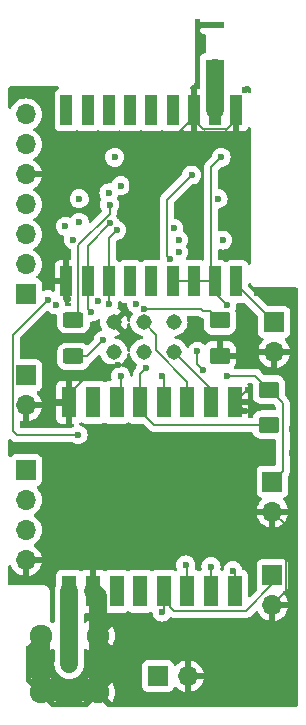
<source format=gbr>
%TF.GenerationSoftware,KiCad,Pcbnew,8.0.3-1.fc40*%
%TF.CreationDate,2024-06-24T14:15:41-04:00*%
%TF.ProjectId,OS42Micro,4f533432-4d69-4637-926f-2e6b69636164,rev?*%
%TF.SameCoordinates,Original*%
%TF.FileFunction,Copper,L1,Top*%
%TF.FilePolarity,Positive*%
%FSLAX46Y46*%
G04 Gerber Fmt 4.6, Leading zero omitted, Abs format (unit mm)*
G04 Created by KiCad (PCBNEW 8.0.3-1.fc40) date 2024-06-24 14:15:41*
%MOMM*%
%LPD*%
G01*
G04 APERTURE LIST*
G04 Aperture macros list*
%AMRoundRect*
0 Rectangle with rounded corners*
0 $1 Rounding radius*
0 $2 $3 $4 $5 $6 $7 $8 $9 X,Y pos of 4 corners*
0 Add a 4 corners polygon primitive as box body*
4,1,4,$2,$3,$4,$5,$6,$7,$8,$9,$2,$3,0*
0 Add four circle primitives for the rounded corners*
1,1,$1+$1,$2,$3*
1,1,$1+$1,$4,$5*
1,1,$1+$1,$6,$7*
1,1,$1+$1,$8,$9*
0 Add four rect primitives between the rounded corners*
20,1,$1+$1,$2,$3,$4,$5,0*
20,1,$1+$1,$4,$5,$6,$7,0*
20,1,$1+$1,$6,$7,$8,$9,0*
20,1,$1+$1,$8,$9,$2,$3,0*%
G04 Aperture macros list end*
%TA.AperFunction,ComponentPad*%
%ADD10R,1.700000X1.700000*%
%TD*%
%TA.AperFunction,ComponentPad*%
%ADD11O,1.700000X1.700000*%
%TD*%
%TA.AperFunction,SMDPad,CuDef*%
%ADD12R,1.200000X2.660000*%
%TD*%
%TA.AperFunction,ComponentPad*%
%ADD13C,1.508000*%
%TD*%
%TA.AperFunction,ComponentPad*%
%ADD14C,1.920000*%
%TD*%
%TA.AperFunction,SMDPad,CuDef*%
%ADD15RoundRect,0.250001X0.624999X-0.462499X0.624999X0.462499X-0.624999X0.462499X-0.624999X-0.462499X0*%
%TD*%
%TA.AperFunction,SMDPad,CuDef*%
%ADD16RoundRect,0.250000X-0.625000X0.400000X-0.625000X-0.400000X0.625000X-0.400000X0.625000X0.400000X0*%
%TD*%
%TA.AperFunction,SMDPad,CuDef*%
%ADD17R,1.600000X0.600000*%
%TD*%
%TA.AperFunction,SMDPad,CuDef*%
%ADD18RoundRect,0.250001X-0.624999X0.462499X-0.624999X-0.462499X0.624999X-0.462499X0.624999X0.462499X0*%
%TD*%
%TA.AperFunction,SMDPad,CuDef*%
%ADD19R,1.000000X2.600000*%
%TD*%
%TA.AperFunction,ComponentPad*%
%ADD20C,1.308000*%
%TD*%
%TA.AperFunction,ViaPad*%
%ADD21C,0.600000*%
%TD*%
%TA.AperFunction,Conductor*%
%ADD22C,0.200000*%
%TD*%
%TA.AperFunction,Conductor*%
%ADD23C,1.500000*%
%TD*%
G04 APERTURE END LIST*
D10*
%TO.P,RST1,1,Pin_1*%
%TO.N,RESET*%
X134000000Y-125960000D03*
D11*
%TO.P,RST1,2,Pin_2*%
%TO.N,GND*%
X134000000Y-128500000D03*
%TD*%
D10*
%TO.P,PO1,1,Pin_1*%
%TO.N,VCC*%
X154850000Y-142850000D03*
D11*
%TO.P,PO1,2,Pin_2*%
%TO.N,GND*%
X154850000Y-145390000D03*
%TD*%
D10*
%TO.P,GF1,1,Pin_1*%
%TO.N,GPSFREEZE_1*%
X155000000Y-121460000D03*
D11*
%TO.P,GF1,2,Pin_2*%
%TO.N,GND*%
X155000000Y-124000000D03*
%TD*%
D12*
%TO.P,U2,1,GND*%
%TO.N,GND*%
X151647500Y-128240000D03*
%TO.P,U2,2,MISO*%
%TO.N,MISO*%
X149647500Y-128240000D03*
%TO.P,U2,3,MOSI*%
%TO.N,MOSI*%
X147647500Y-128240000D03*
%TO.P,U2,4,SCK*%
%TO.N,SCK*%
X145647500Y-128240000D03*
%TO.P,U2,5,NSS*%
%TO.N,NSS*%
X143647500Y-128240000D03*
%TO.P,U2,6,NRESET*%
%TO.N,RESET_TX*%
X141647500Y-128240000D03*
%TO.P,U2,7,DIO5*%
%TO.N,unconnected-(U2-DIO5-Pad7)*%
X139647500Y-128240000D03*
%TO.P,U2,8,GND*%
%TO.N,GND*%
X137647500Y-128240000D03*
%TO.P,U2,9,DIO2*%
%TO.N,DIO2*%
X151647500Y-144240000D03*
%TO.P,U2,10,DIO1*%
%TO.N,DIO1*%
X149647500Y-144240000D03*
%TO.P,U2,11,DIO0*%
%TO.N,DIO0*%
X147647500Y-144240000D03*
%TO.P,U2,12,VCC*%
%TO.N,VCC*%
X145647500Y-144240000D03*
%TO.P,U2,13,DIO4*%
%TO.N,unconnected-(U2-DIO4-Pad13)*%
X143647500Y-144240000D03*
%TO.P,U2,14,DIO3*%
%TO.N,unconnected-(U2-DIO3-Pad14)*%
X141647500Y-144240000D03*
%TO.P,U2,15,GND*%
%TO.N,GND*%
X139647500Y-144240000D03*
%TO.P,U2,16,ANT*%
%TO.N,Net-(U2-ANT)*%
X137647500Y-144240000D03*
%TD*%
D10*
%TO.P,PWR1,1,Pin_1*%
%TO.N,PWRIN_VCC*%
X145150000Y-151425000D03*
D11*
%TO.P,PWR1,2,Pin_2*%
%TO.N,GND*%
X147690000Y-151425000D03*
%TD*%
D10*
%TO.P,GPIO1,1,Pin_1*%
%TO.N,A4*%
X133975000Y-119100000D03*
D11*
%TO.P,GPIO1,2,Pin_2*%
%TO.N,A5*%
X133975000Y-116560000D03*
%TO.P,GPIO1,3,Pin_3*%
%TO.N,A3*%
X133975000Y-114020000D03*
%TO.P,GPIO1,4,Pin_4*%
%TO.N,D4*%
X133975000Y-111480000D03*
%TO.P,GPIO1,5,Pin_5*%
%TO.N,GND*%
X133975000Y-108940000D03*
%TO.P,GPIO1,6,Pin_6*%
%TO.N,D1*%
X133975000Y-106400000D03*
%TO.P,GPIO1,7,Pin_7*%
%TO.N,D0*%
X133975000Y-103860000D03*
%TD*%
D13*
%TO.P,J5,1*%
%TO.N,Net-(U2-ANT)*%
X137637500Y-150400000D03*
D14*
%TO.P,J5,G1*%
%TO.N,GND*%
X135237500Y-148000000D03*
%TO.P,J5,G2*%
X135237500Y-152800000D03*
%TO.P,J5,G3*%
X140037500Y-152800000D03*
%TO.P,J5,G4*%
X140037500Y-148000000D03*
%TD*%
D10*
%TO.P,PO2,1,Pin_1*%
%TO.N,VCC*%
X154850000Y-134950000D03*
D11*
%TO.P,PO2,2,Pin_2*%
%TO.N,GND*%
X154850000Y-137490000D03*
%TD*%
D15*
%TO.P,D2,1,K*%
%TO.N,GND*%
X150400000Y-124287500D03*
%TO.P,D2,2,A*%
%TO.N,Net-(D2-A)*%
X150400000Y-121312500D03*
%TD*%
D16*
%TO.P,R5,1*%
%TO.N,Net-(U4-PD6)*%
X138000000Y-121250000D03*
%TO.P,R5,2*%
%TO.N,Net-(D2-A)*%
X138000000Y-124350000D03*
%TD*%
D17*
%TO.P,E1,1*%
%TO.N,Net-(U1-RF_IN)*%
X150000000Y-99500000D03*
%TO.P,E1,2*%
%TO.N,GND*%
X150000000Y-96300000D03*
%TD*%
D18*
%TO.P,R3,1*%
%TO.N,VCC*%
X154550000Y-127162500D03*
%TO.P,R3,2*%
%TO.N,NSS*%
X154550000Y-130137500D03*
%TD*%
D10*
%TO.P,UART1,1,Pin_1*%
%TO.N,PWRIN_VCC*%
X134000000Y-133960000D03*
D11*
%TO.P,UART1,2,Pin_2*%
%TO.N,RXD*%
X134000000Y-136500000D03*
%TO.P,UART1,3,Pin_3*%
%TO.N,TXD*%
X134000000Y-139040000D03*
%TO.P,UART1,4,Pin_4*%
%TO.N,GND*%
X134000000Y-141580000D03*
%TD*%
D19*
%TO.P,U1,1,GND*%
%TO.N,GND*%
X137400000Y-118000000D03*
%TO.P,U1,2,TXD*%
%TO.N,RXD*%
X139200000Y-118000000D03*
%TO.P,U1,3,RXD*%
%TO.N,TXD*%
X141000000Y-118000000D03*
%TO.P,U1,4,1PPS*%
%TO.N,unconnected-(U1-1PPS-Pad4)*%
X142800000Y-118000000D03*
%TO.P,U1,5,PIO5*%
%TO.N,unconnected-(U1-PIO5-Pad5)*%
X144600000Y-118000000D03*
%TO.P,U1,6,V_BCKP*%
%TO.N,VCC*%
X146400000Y-118000000D03*
%TO.P,U1,7,VCC_IO*%
X148200000Y-118000000D03*
%TO.P,U1,8,VCC*%
X150000000Y-118000000D03*
%TO.P,U1,9,nRESET*%
%TO.N,GPSFREEZE_1*%
X151800000Y-118000000D03*
%TO.P,U1,10,GND*%
%TO.N,GND*%
X151800000Y-103500000D03*
%TO.P,U1,11,RF_IN*%
%TO.N,Net-(U1-RF_IN)*%
X150000000Y-103500000D03*
%TO.P,U1,12,GND*%
%TO.N,GND*%
X148200000Y-103500000D03*
%TO.P,U1,13,NC*%
%TO.N,unconnected-(U1-NC-Pad13)*%
X146400000Y-103500000D03*
%TO.P,U1,14,VCC_RF*%
%TO.N,unconnected-(U1-VCC_RF-Pad14)*%
X144600000Y-103500000D03*
%TO.P,U1,15,NC*%
%TO.N,unconnected-(U1-NC-Pad15)*%
X142800000Y-103500000D03*
%TO.P,U1,16,SDA*%
%TO.N,unconnected-(U1-SDA-Pad16)*%
X141000000Y-103500000D03*
%TO.P,U1,17,SCL*%
%TO.N,unconnected-(U1-SCL-Pad17)*%
X139200000Y-103500000D03*
%TO.P,U1,18,NC*%
%TO.N,unconnected-(U1-NC-Pad18)*%
X137400000Y-103500000D03*
%TD*%
D20*
%TO.P,U5,GND,GND*%
%TO.N,GND*%
X141420000Y-121460000D03*
%TO.P,U5,MISO,MISO*%
%TO.N,MISO*%
X146500000Y-124000000D03*
%TO.P,U5,MOSI,MOSI*%
%TO.N,MOSI*%
X143960000Y-121460000D03*
%TO.P,U5,RST,RST*%
%TO.N,RESET*%
X141420000Y-124000000D03*
%TO.P,U5,SCK,SCK*%
%TO.N,SCK*%
X143960000Y-124000000D03*
%TO.P,U5,VCC,VCC*%
%TO.N,VCC_PROG*%
X146500000Y-121460000D03*
%TD*%
D21*
%TO.N,GND*%
X142400000Y-150600000D03*
X137000000Y-107900000D03*
X141500000Y-138000000D03*
X148600000Y-132200000D03*
X142991263Y-109900001D03*
X148600000Y-139200000D03*
X142600000Y-153200000D03*
X141200000Y-105800000D03*
X144000000Y-114000000D03*
X137600000Y-152800000D03*
X152800000Y-127200000D03*
X140325735Y-138674265D03*
X149400000Y-148800000D03*
X152500000Y-129000000D03*
X151800000Y-105800000D03*
X155000000Y-147500000D03*
X140053554Y-119653554D03*
X139400000Y-106400000D03*
X156500000Y-126000000D03*
X144600000Y-107000000D03*
X137500000Y-119500000D03*
X152000000Y-124600000D03*
X141774000Y-125098365D03*
X137600000Y-141400000D03*
X135000000Y-150200000D03*
X156500000Y-119000000D03*
X149000000Y-153400000D03*
X153500000Y-119000000D03*
X140500000Y-141800000D03*
X148200000Y-105800000D03*
X135300000Y-121600000D03*
X156500000Y-132500000D03*
X142800000Y-148200000D03*
X151800000Y-112000000D03*
X152500000Y-101800000D03*
X137400000Y-138200000D03*
X152500000Y-136000000D03*
X150400000Y-146800000D03*
X138200000Y-105500000D03*
X142800000Y-146600000D03*
X154000000Y-141000000D03*
X153500000Y-132000000D03*
X156500000Y-130500000D03*
X156500000Y-127000000D03*
X148465641Y-101443761D03*
X151400000Y-133800000D03*
X143500000Y-115500000D03*
X140000000Y-150400000D03*
X139600000Y-108400000D03*
%TO.N,VCC*%
X149000000Y-125500000D03*
X145500000Y-146000000D03*
X150500000Y-107500000D03*
X151000000Y-126000000D03*
X148500000Y-123925000D03*
X151000000Y-120000000D03*
%TO.N,Net-(U4-AREF)*%
X150647500Y-114500000D03*
X143323340Y-119893249D03*
%TO.N,VCC_PROG*%
X148000000Y-109000000D03*
X146146000Y-116124265D03*
%TO.N,Net-(D2-A)*%
X144008042Y-120306997D03*
X140500000Y-123000000D03*
%TO.N,RXD*%
X139500000Y-120600000D03*
X141098529Y-113098529D03*
%TO.N,TXD*%
X141000000Y-119900000D03*
X141664216Y-113664216D03*
%TO.N,RESET*%
X138500000Y-113000000D03*
X136500000Y-120000000D03*
%TO.N,A4*%
X138000000Y-114500000D03*
%TO.N,A5*%
X137325735Y-113325735D03*
%TO.N,D4*%
X142000000Y-109900000D03*
%TO.N,D1*%
X138500000Y-111000000D03*
%TO.N,BATTREAD*%
X135834358Y-119556239D03*
X138400000Y-131000000D03*
%TO.N,NSS*%
X146900000Y-114500000D03*
X144124265Y-125375735D03*
%TO.N,Net-(U4-PD6)*%
X141056413Y-111494707D03*
%TO.N,MOSI*%
X146900000Y-115500000D03*
%TO.N,SCK*%
X145500000Y-126000000D03*
%TO.N,RESET_TX*%
X142000000Y-126000000D03*
X146500000Y-113500000D03*
%TO.N,DIO2*%
X150247500Y-111000000D03*
X151500000Y-142500000D03*
%TO.N,DIO1*%
X149647500Y-142147500D03*
X141500000Y-107500000D03*
%TO.N,DIO0*%
X141000000Y-110500000D03*
X147500000Y-142000000D03*
%TD*%
D22*
%TO.N,GND*%
X137387500Y-128500000D02*
X137647500Y-128240000D01*
X151687500Y-124287500D02*
X152000000Y-124600000D01*
X149000000Y-105100000D02*
X151000000Y-105100000D01*
X152687500Y-127200000D02*
X151647500Y-128240000D01*
D23*
X137600000Y-152800000D02*
X140037500Y-152800000D01*
D22*
X148200000Y-104100000D02*
X145300000Y-107000000D01*
D23*
X135237500Y-149962500D02*
X135000000Y-150200000D01*
X140037500Y-150437500D02*
X140000000Y-150400000D01*
D22*
X150400000Y-124287500D02*
X151687500Y-124287500D01*
D23*
X140000000Y-150400000D02*
X142200000Y-150400000D01*
D22*
X148200000Y-104300000D02*
X149000000Y-105100000D01*
X149000000Y-96300000D02*
X148465641Y-96834359D01*
X151740000Y-128240000D02*
X152500000Y-129000000D01*
D23*
X140037500Y-152800000D02*
X140037500Y-150437500D01*
D22*
X145300000Y-107000000D02*
X144600000Y-107000000D01*
X148465641Y-96834359D02*
X148465641Y-101443761D01*
D23*
X135237500Y-148000000D02*
X135237500Y-149962500D01*
D22*
X148200000Y-103500000D02*
X148200000Y-104100000D01*
X140059135Y-125098365D02*
X141774000Y-125098365D01*
X151647500Y-128240000D02*
X151740000Y-128240000D01*
X135960000Y-108940000D02*
X137000000Y-107900000D01*
X137400000Y-119400000D02*
X137500000Y-119500000D01*
X137647500Y-127510000D02*
X140059135Y-125098365D01*
X156000000Y-144240000D02*
X154850000Y-145390000D01*
X133975000Y-108940000D02*
X135960000Y-108940000D01*
X148200000Y-103500000D02*
X148200000Y-101709402D01*
X143000000Y-115000000D02*
X143500000Y-115500000D01*
X148200000Y-101709402D02*
X148465641Y-101443761D01*
D23*
X140000000Y-150400000D02*
X140037500Y-150362500D01*
D22*
X154850000Y-137490000D02*
X156000000Y-138640000D01*
X151000000Y-105100000D02*
X151800000Y-104300000D01*
D23*
X140037500Y-148000000D02*
X140037500Y-144630000D01*
D22*
X134000000Y-128500000D02*
X137387500Y-128500000D01*
X151800000Y-104300000D02*
X151800000Y-103500000D01*
D23*
X142200000Y-150400000D02*
X142400000Y-150600000D01*
D22*
X148200000Y-103500000D02*
X148200000Y-104300000D01*
D23*
X135000000Y-150200000D02*
X135237500Y-150437500D01*
X140037500Y-144630000D02*
X139647500Y-144240000D01*
X135237500Y-152800000D02*
X137600000Y-152800000D01*
D22*
X142991263Y-109900001D02*
X143000000Y-109908738D01*
X150000000Y-96300000D02*
X149000000Y-96300000D01*
X152800000Y-127200000D02*
X152687500Y-127200000D01*
X137400000Y-118000000D02*
X137400000Y-119400000D01*
D23*
X140037500Y-150362500D02*
X140037500Y-148000000D01*
D22*
X143000000Y-109908738D02*
X143000000Y-115000000D01*
X156000000Y-138640000D02*
X156000000Y-144240000D01*
X137647500Y-128240000D02*
X137647500Y-127510000D01*
D23*
X135237500Y-150437500D02*
X135237500Y-152800000D01*
D22*
%TO.N,VCC*%
X148500000Y-125000000D02*
X149000000Y-125500000D01*
X155725000Y-128337500D02*
X155725000Y-134075000D01*
X145647500Y-144970000D02*
X145647500Y-144240000D01*
X154550000Y-127162500D02*
X153387500Y-126000000D01*
X153387500Y-126000000D02*
X151000000Y-126000000D01*
X154850000Y-143650000D02*
X152630000Y-145870000D01*
X155725000Y-134075000D02*
X154850000Y-134950000D01*
X145647500Y-145852500D02*
X145500000Y-146000000D01*
X150000000Y-118000000D02*
X149647500Y-117647500D01*
X154850000Y-142850000D02*
X154850000Y-143650000D01*
X150000000Y-119000000D02*
X151000000Y-120000000D01*
X149647500Y-108352500D02*
X150500000Y-107500000D01*
X149647500Y-117647500D02*
X149647500Y-108352500D01*
X154550000Y-127162500D02*
X155725000Y-128337500D01*
X150000000Y-118000000D02*
X150000000Y-119000000D01*
X152630000Y-145870000D02*
X146547500Y-145870000D01*
X148500000Y-123925000D02*
X148500000Y-125000000D01*
X150000000Y-118000000D02*
X146400000Y-118000000D01*
X146547500Y-145870000D02*
X145647500Y-144970000D01*
X145647500Y-144240000D02*
X145647500Y-145852500D01*
%TO.N,VCC_PROG*%
X145900000Y-115878265D02*
X146146000Y-116124265D01*
X148000000Y-109000000D02*
X145900000Y-111100000D01*
X145900000Y-111100000D02*
X145900000Y-115878265D01*
%TO.N,Net-(D2-A)*%
X144008042Y-120306997D02*
X148806997Y-120306997D01*
X149587500Y-120500000D02*
X150400000Y-121312500D01*
X139150000Y-124350000D02*
X140500000Y-123000000D01*
X149000000Y-120500000D02*
X149587500Y-120500000D01*
X148806997Y-120306997D02*
X149000000Y-120500000D01*
X138000000Y-124350000D02*
X139150000Y-124350000D01*
D23*
%TO.N,Net-(U1-RF_IN)*%
X150000000Y-103500000D02*
X150000000Y-99950000D01*
D22*
%TO.N,GPSFREEZE_1*%
X151800000Y-118000000D02*
X151800000Y-118260000D01*
X151800000Y-118260000D02*
X155000000Y-121460000D01*
%TO.N,RXD*%
X139200000Y-120300000D02*
X139200000Y-118000000D01*
X139200000Y-114997058D02*
X141098529Y-113098529D01*
X139500000Y-120600000D02*
X139200000Y-120300000D01*
X139200000Y-118000000D02*
X139200000Y-114997058D01*
%TO.N,TXD*%
X141000000Y-114328432D02*
X141664216Y-113664216D01*
X141000000Y-119900000D02*
X141000000Y-118000000D01*
X141000000Y-118000000D02*
X141000000Y-114328432D01*
D23*
%TO.N,Net-(U2-ANT)*%
X137647500Y-150390000D02*
X137637500Y-150400000D01*
X137647500Y-144240000D02*
X137647500Y-150390000D01*
D22*
%TO.N,BATTREAD*%
X132850000Y-122540597D02*
X135834358Y-119556239D01*
X133200000Y-131000000D02*
X132850000Y-130650000D01*
X132850000Y-130650000D02*
X132850000Y-122540597D01*
X138400000Y-131000000D02*
X133200000Y-131000000D01*
%TO.N,NSS*%
X143647500Y-128240000D02*
X143647500Y-125852500D01*
X143647500Y-125852500D02*
X144124265Y-125375735D01*
X143647500Y-128240000D02*
X143647500Y-128970000D01*
X144815000Y-130137500D02*
X154550000Y-130137500D01*
X143647500Y-128970000D02*
X144815000Y-130137500D01*
%TO.N,Net-(U4-PD6)*%
X138000000Y-121250000D02*
X138400000Y-120850000D01*
X138400000Y-120850000D02*
X138400000Y-114948529D01*
X141056413Y-112292116D02*
X141056413Y-111494707D01*
X138400000Y-114948529D02*
X141056413Y-112292116D01*
%TO.N,MISO*%
X149647500Y-127147500D02*
X146500000Y-124000000D01*
X149647500Y-128240000D02*
X149647500Y-127147500D01*
%TO.N,MOSI*%
X147647500Y-126496660D02*
X145000000Y-123849160D01*
X145000000Y-122500000D02*
X143960000Y-121460000D01*
X145000000Y-123849160D02*
X145000000Y-122500000D01*
X147647500Y-128240000D02*
X147647500Y-126496660D01*
%TO.N,SCK*%
X145647500Y-126147500D02*
X145500000Y-126000000D01*
X145647500Y-128240000D02*
X145647500Y-126147500D01*
%TO.N,RESET_TX*%
X141647500Y-128240000D02*
X141647500Y-127510000D01*
X142000000Y-127157500D02*
X142000000Y-126000000D01*
X141647500Y-127510000D02*
X142000000Y-127157500D01*
%TO.N,DIO2*%
X151647500Y-142647500D02*
X151500000Y-142500000D01*
X151647500Y-144240000D02*
X151647500Y-142647500D01*
%TO.N,DIO1*%
X149647500Y-144240000D02*
X149647500Y-142147500D01*
X149500000Y-142000000D02*
X149647500Y-142147500D01*
%TO.N,DIO0*%
X147647500Y-142147500D02*
X147500000Y-142000000D01*
X147647500Y-144240000D02*
X147647500Y-142147500D01*
%TD*%
%TA.AperFunction,Conductor*%
%TO.N,GND*%
G36*
X153005702Y-118158491D02*
G01*
X153031886Y-118190204D01*
X153038771Y-118202129D01*
X153099500Y-118307314D01*
X153192686Y-118400500D01*
X153306814Y-118466392D01*
X153434108Y-118500500D01*
X156875500Y-118500500D01*
X156942539Y-118520185D01*
X156988294Y-118572989D01*
X156999500Y-118624500D01*
X156999500Y-153875500D01*
X156979815Y-153942539D01*
X156927011Y-153988294D01*
X156875500Y-153999500D01*
X140934809Y-153999500D01*
X140867770Y-153979815D01*
X140847128Y-153963181D01*
X140277335Y-153393388D01*
X140340654Y-153367161D01*
X140445476Y-153297121D01*
X140534621Y-153207976D01*
X140604661Y-153103154D01*
X140630888Y-153039835D01*
X141232035Y-153640983D01*
X141325934Y-153497262D01*
X141325935Y-153497260D01*
X141423126Y-153275684D01*
X141482523Y-153041128D01*
X141502504Y-152800005D01*
X141502504Y-152799994D01*
X141482523Y-152558871D01*
X141423126Y-152324315D01*
X141325932Y-152102733D01*
X141232035Y-151959015D01*
X140630887Y-152560163D01*
X140604661Y-152496846D01*
X140534621Y-152392024D01*
X140445476Y-152302879D01*
X140340654Y-152232839D01*
X140277335Y-152206611D01*
X140879052Y-151604893D01*
X140838778Y-151573546D01*
X140625986Y-151458388D01*
X140625981Y-151458386D01*
X140397140Y-151379825D01*
X140158478Y-151340000D01*
X139916522Y-151340000D01*
X139677859Y-151379825D01*
X139449018Y-151458386D01*
X139449013Y-151458388D01*
X139236221Y-151573547D01*
X139195946Y-151604893D01*
X139195945Y-151604893D01*
X139797664Y-152206611D01*
X139734346Y-152232839D01*
X139629524Y-152302879D01*
X139540379Y-152392024D01*
X139470339Y-152496846D01*
X139444112Y-152560164D01*
X138842963Y-151959015D01*
X138749066Y-152102735D01*
X138651873Y-152324315D01*
X138592476Y-152558871D01*
X138572496Y-152799994D01*
X138572496Y-152800005D01*
X138592476Y-153041128D01*
X138651873Y-153275684D01*
X138749065Y-153497261D01*
X138842963Y-153640983D01*
X139444111Y-153039834D01*
X139470339Y-153103154D01*
X139540379Y-153207976D01*
X139629524Y-153297121D01*
X139734346Y-153367161D01*
X139797664Y-153393388D01*
X139227871Y-153963181D01*
X139166548Y-153996666D01*
X139140190Y-153999500D01*
X136134809Y-153999500D01*
X136067770Y-153979815D01*
X136047128Y-153963181D01*
X135477335Y-153393388D01*
X135540654Y-153367161D01*
X135645476Y-153297121D01*
X135734621Y-153207976D01*
X135804661Y-153103154D01*
X135830887Y-153039835D01*
X136432035Y-153640983D01*
X136525934Y-153497262D01*
X136525935Y-153497260D01*
X136623126Y-153275684D01*
X136682523Y-153041128D01*
X136702504Y-152800005D01*
X136702504Y-152799994D01*
X136682523Y-152558871D01*
X136623126Y-152324315D01*
X136525932Y-152102733D01*
X136432035Y-151959015D01*
X135830887Y-152560163D01*
X135804661Y-152496846D01*
X135734621Y-152392024D01*
X135645476Y-152302879D01*
X135540654Y-152232839D01*
X135477335Y-152206611D01*
X136079052Y-151604893D01*
X136038778Y-151573546D01*
X135825986Y-151458388D01*
X135825981Y-151458386D01*
X135597140Y-151379825D01*
X135358478Y-151340000D01*
X135116522Y-151340000D01*
X134877859Y-151379825D01*
X134649018Y-151458386D01*
X134649013Y-151458388D01*
X134436221Y-151573547D01*
X134395946Y-151604893D01*
X134395945Y-151604893D01*
X134997664Y-152206611D01*
X134934346Y-152232839D01*
X134829524Y-152302879D01*
X134740379Y-152392024D01*
X134670339Y-152496846D01*
X134644111Y-152560164D01*
X134036819Y-151952872D01*
X134003334Y-151891549D01*
X134000500Y-151865191D01*
X134000500Y-148934808D01*
X134020185Y-148867769D01*
X134036819Y-148847127D01*
X134644111Y-148239834D01*
X134670339Y-148303154D01*
X134740379Y-148407976D01*
X134829524Y-148497121D01*
X134934346Y-148567161D01*
X134997663Y-148593387D01*
X134395946Y-149195105D01*
X134436220Y-149226452D01*
X134649013Y-149341611D01*
X134649018Y-149341613D01*
X134877859Y-149420174D01*
X135116522Y-149460000D01*
X135358478Y-149460000D01*
X135597140Y-149420174D01*
X135825981Y-149341613D01*
X135825986Y-149341611D01*
X136038779Y-149226452D01*
X136196837Y-149103431D01*
X136261832Y-149077788D01*
X136330371Y-149091354D01*
X136380696Y-149139823D01*
X136397000Y-149201284D01*
X136397000Y-150179788D01*
X136396528Y-150190595D01*
X136378208Y-150399997D01*
X136378208Y-150400002D01*
X136397338Y-150618668D01*
X136397339Y-150618675D01*
X136399774Y-150627761D01*
X136454153Y-150830703D01*
X136454154Y-150830705D01*
X136454155Y-150830708D01*
X136546919Y-151029642D01*
X136546923Y-151029650D01*
X136672822Y-151209452D01*
X136672827Y-151209458D01*
X136828041Y-151364672D01*
X136828047Y-151364677D01*
X137007849Y-151490576D01*
X137007851Y-151490577D01*
X137007854Y-151490579D01*
X137206797Y-151583347D01*
X137418826Y-151640161D01*
X137575021Y-151653826D01*
X137637498Y-151659292D01*
X137637500Y-151659292D01*
X137637502Y-151659292D01*
X137692168Y-151654509D01*
X137856174Y-151640161D01*
X138068203Y-151583347D01*
X138267146Y-151490579D01*
X138446957Y-151364674D01*
X138602174Y-151209457D01*
X138728079Y-151029646D01*
X138759816Y-150961582D01*
X138761683Y-150957754D01*
X138806384Y-150870026D01*
X138812943Y-150849836D01*
X138818494Y-150835748D01*
X138820847Y-150830703D01*
X138827946Y-150804207D01*
X138829779Y-150798021D01*
X138867205Y-150682838D01*
X138867207Y-150682833D01*
X138867207Y-150682831D01*
X138867209Y-150682826D01*
X138875932Y-150627743D01*
X138876726Y-150624017D01*
X138876719Y-150624016D01*
X138877658Y-150618683D01*
X138877661Y-150618674D01*
X138877661Y-150618663D01*
X138877683Y-150618544D01*
X138878695Y-150610300D01*
X138891867Y-150527135D01*
X143799500Y-150527135D01*
X143799500Y-152322870D01*
X143799501Y-152322876D01*
X143805908Y-152382483D01*
X143856202Y-152517328D01*
X143856206Y-152517335D01*
X143942452Y-152632544D01*
X143942455Y-152632547D01*
X144057664Y-152718793D01*
X144057671Y-152718797D01*
X144192517Y-152769091D01*
X144192516Y-152769091D01*
X144199444Y-152769835D01*
X144252127Y-152775500D01*
X146047872Y-152775499D01*
X146107483Y-152769091D01*
X146242331Y-152718796D01*
X146357546Y-152632546D01*
X146443796Y-152517331D01*
X146493002Y-152385401D01*
X146534872Y-152329468D01*
X146600337Y-152305050D01*
X146668610Y-152319901D01*
X146696865Y-152341053D01*
X146818917Y-152463105D01*
X147012421Y-152598600D01*
X147226507Y-152698429D01*
X147226516Y-152698433D01*
X147440000Y-152755634D01*
X147440000Y-151858012D01*
X147497007Y-151890925D01*
X147624174Y-151925000D01*
X147755826Y-151925000D01*
X147882993Y-151890925D01*
X147940000Y-151858012D01*
X147940000Y-152755633D01*
X148153483Y-152698433D01*
X148153492Y-152698429D01*
X148367578Y-152598600D01*
X148561082Y-152463105D01*
X148728105Y-152296082D01*
X148863600Y-152102578D01*
X148963429Y-151888492D01*
X148963432Y-151888486D01*
X149020636Y-151675000D01*
X148123012Y-151675000D01*
X148155925Y-151617993D01*
X148190000Y-151490826D01*
X148190000Y-151359174D01*
X148155925Y-151232007D01*
X148123012Y-151175000D01*
X149020636Y-151175000D01*
X149020635Y-151174999D01*
X148963432Y-150961513D01*
X148963429Y-150961507D01*
X148863600Y-150747422D01*
X148863599Y-150747420D01*
X148728113Y-150553926D01*
X148728108Y-150553920D01*
X148561082Y-150386894D01*
X148367578Y-150251399D01*
X148153492Y-150151570D01*
X148153486Y-150151567D01*
X147940000Y-150094364D01*
X147940000Y-150991988D01*
X147882993Y-150959075D01*
X147755826Y-150925000D01*
X147624174Y-150925000D01*
X147497007Y-150959075D01*
X147440000Y-150991988D01*
X147440000Y-150094364D01*
X147439999Y-150094364D01*
X147226513Y-150151567D01*
X147226507Y-150151570D01*
X147012422Y-150251399D01*
X147012420Y-150251400D01*
X146818926Y-150386886D01*
X146696865Y-150508947D01*
X146635542Y-150542431D01*
X146565850Y-150537447D01*
X146509917Y-150495575D01*
X146493002Y-150464598D01*
X146443797Y-150332671D01*
X146443793Y-150332664D01*
X146357547Y-150217455D01*
X146357544Y-150217452D01*
X146242335Y-150131206D01*
X146242328Y-150131202D01*
X146107482Y-150080908D01*
X146107483Y-150080908D01*
X146047883Y-150074501D01*
X146047881Y-150074500D01*
X146047873Y-150074500D01*
X146047864Y-150074500D01*
X144252129Y-150074500D01*
X144252123Y-150074501D01*
X144192516Y-150080908D01*
X144057671Y-150131202D01*
X144057664Y-150131206D01*
X143942455Y-150217452D01*
X143942452Y-150217455D01*
X143856206Y-150332664D01*
X143856202Y-150332671D01*
X143805908Y-150467517D01*
X143799501Y-150527116D01*
X143799500Y-150527135D01*
X138891867Y-150527135D01*
X138898000Y-150488417D01*
X138898000Y-150291584D01*
X138898000Y-149216851D01*
X138917685Y-149149812D01*
X138970489Y-149104057D01*
X139039647Y-149094113D01*
X139098162Y-149118998D01*
X139236215Y-149226449D01*
X139236219Y-149226452D01*
X139449013Y-149341611D01*
X139449018Y-149341613D01*
X139677859Y-149420174D01*
X139916522Y-149460000D01*
X140158478Y-149460000D01*
X140397140Y-149420174D01*
X140625981Y-149341613D01*
X140625986Y-149341611D01*
X140838784Y-149226449D01*
X140838785Y-149226448D01*
X140879052Y-149195106D01*
X140879053Y-149195105D01*
X140277335Y-148593387D01*
X140340654Y-148567161D01*
X140445476Y-148497121D01*
X140534621Y-148407976D01*
X140604661Y-148303154D01*
X140630888Y-148239835D01*
X141232035Y-148840983D01*
X141325934Y-148697262D01*
X141325935Y-148697260D01*
X141423126Y-148475684D01*
X141482523Y-148241128D01*
X141502504Y-148000005D01*
X141502504Y-147999994D01*
X141482523Y-147758871D01*
X141423126Y-147524315D01*
X141325932Y-147302733D01*
X141232035Y-147159015D01*
X140630887Y-147760163D01*
X140604661Y-147696846D01*
X140534621Y-147592024D01*
X140445476Y-147502879D01*
X140340654Y-147432839D01*
X140277334Y-147406611D01*
X140879052Y-146804893D01*
X140838778Y-146773546D01*
X140625986Y-146658388D01*
X140625981Y-146658386D01*
X140397140Y-146579825D01*
X140158478Y-146540000D01*
X139916522Y-146540000D01*
X139677859Y-146579825D01*
X139449018Y-146658386D01*
X139449013Y-146658388D01*
X139236221Y-146773546D01*
X139098162Y-146881002D01*
X139033168Y-146906644D01*
X138964628Y-146893077D01*
X138914303Y-146844609D01*
X138898000Y-146783148D01*
X138898000Y-146194000D01*
X138917685Y-146126961D01*
X138970489Y-146081206D01*
X139022000Y-146070000D01*
X139397500Y-146070000D01*
X139397500Y-142410000D01*
X139897500Y-142410000D01*
X139897500Y-146070000D01*
X140295328Y-146070000D01*
X140295344Y-146069999D01*
X140354872Y-146063598D01*
X140354879Y-146063596D01*
X140489586Y-146013354D01*
X140489589Y-146013352D01*
X140572771Y-145951082D01*
X140638235Y-145926664D01*
X140706508Y-145941515D01*
X140721387Y-145951077D01*
X140805168Y-146013795D01*
X140805171Y-146013797D01*
X140940017Y-146064091D01*
X140940016Y-146064091D01*
X140946944Y-146064835D01*
X140999627Y-146070500D01*
X142295372Y-146070499D01*
X142354983Y-146064091D01*
X142489831Y-146013796D01*
X142573189Y-145951393D01*
X142638653Y-145926977D01*
X142706926Y-145941828D01*
X142721809Y-145951393D01*
X142775559Y-145991630D01*
X142805169Y-146013796D01*
X142805171Y-146013797D01*
X142940017Y-146064091D01*
X142940016Y-146064091D01*
X142946944Y-146064835D01*
X142999627Y-146070500D01*
X144295372Y-146070499D01*
X144354983Y-146064091D01*
X144489831Y-146013796D01*
X144506656Y-146001200D01*
X144572118Y-145976781D01*
X144640392Y-145991630D01*
X144689799Y-146041034D01*
X144704189Y-146086581D01*
X144714630Y-146179250D01*
X144714631Y-146179254D01*
X144774211Y-146349523D01*
X144850227Y-146470501D01*
X144870184Y-146502262D01*
X144997738Y-146629816D01*
X145150478Y-146725789D01*
X145152496Y-146726495D01*
X145320745Y-146785368D01*
X145320750Y-146785369D01*
X145499996Y-146805565D01*
X145500000Y-146805565D01*
X145500004Y-146805565D01*
X145679249Y-146785369D01*
X145679252Y-146785368D01*
X145679255Y-146785368D01*
X145849522Y-146725789D01*
X146002262Y-146629816D01*
X146129816Y-146502262D01*
X146149267Y-146471304D01*
X146201599Y-146425016D01*
X146270653Y-146414366D01*
X146307958Y-146427067D01*
X146308207Y-146426467D01*
X146315713Y-146429576D01*
X146315715Y-146429577D01*
X146468442Y-146470500D01*
X146468443Y-146470500D01*
X152543331Y-146470500D01*
X152543347Y-146470501D01*
X152550943Y-146470501D01*
X152709054Y-146470501D01*
X152709057Y-146470501D01*
X152861785Y-146429577D01*
X152911904Y-146400639D01*
X152998716Y-146350520D01*
X153110520Y-146238716D01*
X153110520Y-146238714D01*
X153120728Y-146228507D01*
X153120730Y-146228504D01*
X153425647Y-145923586D01*
X153486966Y-145890104D01*
X153556657Y-145895088D01*
X153612591Y-145936959D01*
X153625706Y-145958865D01*
X153676399Y-146067578D01*
X153811894Y-146261082D01*
X153978917Y-146428105D01*
X154172421Y-146563600D01*
X154386507Y-146663429D01*
X154386516Y-146663433D01*
X154600000Y-146720634D01*
X154600000Y-145823012D01*
X154657007Y-145855925D01*
X154784174Y-145890000D01*
X154915826Y-145890000D01*
X155042993Y-145855925D01*
X155100000Y-145823012D01*
X155100000Y-146720633D01*
X155313483Y-146663433D01*
X155313492Y-146663429D01*
X155527578Y-146563600D01*
X155721082Y-146428105D01*
X155888105Y-146261082D01*
X156023600Y-146067578D01*
X156123429Y-145853492D01*
X156123432Y-145853486D01*
X156180636Y-145640000D01*
X155283012Y-145640000D01*
X155315925Y-145582993D01*
X155350000Y-145455826D01*
X155350000Y-145324174D01*
X155315925Y-145197007D01*
X155283012Y-145140000D01*
X156180636Y-145140000D01*
X156180635Y-145139999D01*
X156123432Y-144926513D01*
X156123429Y-144926507D01*
X156023600Y-144712422D01*
X156023599Y-144712420D01*
X155888113Y-144518926D01*
X155888108Y-144518920D01*
X155766053Y-144396865D01*
X155732568Y-144335542D01*
X155737552Y-144265850D01*
X155779424Y-144209917D01*
X155810400Y-144193002D01*
X155942331Y-144143796D01*
X156057546Y-144057546D01*
X156143796Y-143942331D01*
X156194091Y-143807483D01*
X156200500Y-143747873D01*
X156200499Y-141952128D01*
X156194091Y-141892517D01*
X156185761Y-141870184D01*
X156143797Y-141757671D01*
X156143793Y-141757664D01*
X156057547Y-141642455D01*
X156057544Y-141642452D01*
X155942335Y-141556206D01*
X155942328Y-141556202D01*
X155807482Y-141505908D01*
X155807483Y-141505908D01*
X155747883Y-141499501D01*
X155747881Y-141499500D01*
X155747873Y-141499500D01*
X155747864Y-141499500D01*
X153952129Y-141499500D01*
X153952123Y-141499501D01*
X153892516Y-141505908D01*
X153757671Y-141556202D01*
X153757664Y-141556206D01*
X153642455Y-141642452D01*
X153642452Y-141642455D01*
X153556206Y-141757664D01*
X153556202Y-141757671D01*
X153505908Y-141892517D01*
X153499501Y-141952116D01*
X153499501Y-141952123D01*
X153499500Y-141952135D01*
X153499500Y-143747870D01*
X153499501Y-143747876D01*
X153505908Y-143807483D01*
X153556202Y-143942328D01*
X153556206Y-143942335D01*
X153556984Y-143943374D01*
X153557437Y-143944589D01*
X153560454Y-143950114D01*
X153559659Y-143950547D01*
X153581401Y-144008838D01*
X153566549Y-144077111D01*
X153545398Y-144105365D01*
X152959680Y-144691084D01*
X152898357Y-144724569D01*
X152828666Y-144719585D01*
X152772732Y-144677714D01*
X152748315Y-144612249D01*
X152747999Y-144603403D01*
X152747999Y-142862129D01*
X152747998Y-142862123D01*
X152747997Y-142862116D01*
X152741591Y-142802517D01*
X152691296Y-142667669D01*
X152691295Y-142667668D01*
X152691293Y-142667664D01*
X152605047Y-142552455D01*
X152605044Y-142552452D01*
X152489835Y-142466206D01*
X152489828Y-142466202D01*
X152364867Y-142419595D01*
X152308933Y-142377724D01*
X152288861Y-142327088D01*
X152286917Y-142327532D01*
X152285368Y-142320745D01*
X152235859Y-142179257D01*
X152225789Y-142150478D01*
X152223915Y-142147496D01*
X152131237Y-142000000D01*
X152129816Y-141997738D01*
X152002262Y-141870184D01*
X151938310Y-141830000D01*
X151849523Y-141774211D01*
X151679254Y-141714631D01*
X151679249Y-141714630D01*
X151500004Y-141694435D01*
X151499996Y-141694435D01*
X151320750Y-141714630D01*
X151320745Y-141714631D01*
X151150476Y-141774211D01*
X150997737Y-141870184D01*
X150870184Y-141997737D01*
X150774211Y-142150476D01*
X150714631Y-142320745D01*
X150714631Y-142320749D01*
X150706267Y-142394975D01*
X150679200Y-142459389D01*
X150621604Y-142498943D01*
X150551767Y-142501080D01*
X150508734Y-142480355D01*
X150482729Y-142460887D01*
X150484150Y-142458987D01*
X150443808Y-142418636D01*
X150428963Y-142350362D01*
X150431758Y-142331616D01*
X150432866Y-142326759D01*
X150432868Y-142326755D01*
X150433545Y-142320745D01*
X150453065Y-142147503D01*
X150453065Y-142147496D01*
X150432869Y-141968250D01*
X150432868Y-141968245D01*
X150427224Y-141952116D01*
X150373289Y-141797978D01*
X150373286Y-141797974D01*
X150320919Y-141714632D01*
X150277316Y-141645238D01*
X150149762Y-141517684D01*
X150120824Y-141499501D01*
X149997023Y-141421711D01*
X149826754Y-141362131D01*
X149826749Y-141362130D01*
X149647504Y-141341935D01*
X149647496Y-141341935D01*
X149468250Y-141362130D01*
X149468237Y-141362133D01*
X149297987Y-141421706D01*
X149297974Y-141421713D01*
X149269975Y-141439305D01*
X149266009Y-141441695D01*
X149131287Y-141519479D01*
X149131281Y-141519483D01*
X149019483Y-141631281D01*
X149019479Y-141631287D01*
X148941695Y-141766009D01*
X148939305Y-141769975D01*
X148921713Y-141797974D01*
X148921706Y-141797987D01*
X148862133Y-141968237D01*
X148862130Y-141968250D01*
X148841935Y-142147496D01*
X148841935Y-142147503D01*
X148862130Y-142326749D01*
X148863245Y-142331632D01*
X148858970Y-142401370D01*
X148817670Y-142457727D01*
X148808736Y-142463533D01*
X148721811Y-142528606D01*
X148656347Y-142553023D01*
X148588074Y-142538172D01*
X148573189Y-142528606D01*
X148489830Y-142466203D01*
X148489828Y-142466202D01*
X148354983Y-142415908D01*
X148348204Y-142414307D01*
X148287487Y-142379734D01*
X148255101Y-142317823D01*
X148259677Y-142252675D01*
X148285367Y-142179257D01*
X148285368Y-142179255D01*
X148288946Y-142147496D01*
X148305565Y-142000003D01*
X148305565Y-141999996D01*
X148285369Y-141820750D01*
X148285368Y-141820745D01*
X148225788Y-141650476D01*
X148134950Y-141505909D01*
X148129816Y-141497738D01*
X148002262Y-141370184D01*
X147938308Y-141329999D01*
X147849523Y-141274211D01*
X147679254Y-141214631D01*
X147679249Y-141214630D01*
X147500004Y-141194435D01*
X147499996Y-141194435D01*
X147320750Y-141214630D01*
X147320745Y-141214631D01*
X147150476Y-141274211D01*
X146997737Y-141370184D01*
X146870184Y-141497737D01*
X146774211Y-141650476D01*
X146714631Y-141820745D01*
X146714630Y-141820750D01*
X146694435Y-141999996D01*
X146694435Y-142000003D01*
X146714630Y-142179249D01*
X146714631Y-142179254D01*
X146774213Y-142349529D01*
X146777231Y-142355795D01*
X146775631Y-142356565D01*
X146792180Y-142415109D01*
X146771817Y-142481946D01*
X146742498Y-142513119D01*
X146721812Y-142528605D01*
X146656349Y-142553023D01*
X146588075Y-142538172D01*
X146573189Y-142528606D01*
X146489830Y-142466203D01*
X146489828Y-142466202D01*
X146354982Y-142415908D01*
X146354983Y-142415908D01*
X146295383Y-142409501D01*
X146295381Y-142409500D01*
X146295373Y-142409500D01*
X146295364Y-142409500D01*
X144999629Y-142409500D01*
X144999623Y-142409501D01*
X144940016Y-142415908D01*
X144805171Y-142466202D01*
X144805169Y-142466203D01*
X144721811Y-142528606D01*
X144656347Y-142553023D01*
X144588074Y-142538172D01*
X144573189Y-142528606D01*
X144489830Y-142466203D01*
X144489828Y-142466202D01*
X144354982Y-142415908D01*
X144354983Y-142415908D01*
X144295383Y-142409501D01*
X144295381Y-142409500D01*
X144295373Y-142409500D01*
X144295364Y-142409500D01*
X142999629Y-142409500D01*
X142999623Y-142409501D01*
X142940016Y-142415908D01*
X142805171Y-142466202D01*
X142805169Y-142466203D01*
X142721811Y-142528606D01*
X142656347Y-142553023D01*
X142588074Y-142538172D01*
X142573189Y-142528606D01*
X142489830Y-142466203D01*
X142489828Y-142466202D01*
X142354982Y-142415908D01*
X142354983Y-142415908D01*
X142295383Y-142409501D01*
X142295381Y-142409500D01*
X142295373Y-142409500D01*
X142295364Y-142409500D01*
X140999629Y-142409500D01*
X140999623Y-142409501D01*
X140940016Y-142415908D01*
X140805171Y-142466202D01*
X140805169Y-142466204D01*
X140721394Y-142528918D01*
X140655930Y-142553335D01*
X140587657Y-142538484D01*
X140572772Y-142528918D01*
X140489588Y-142466646D01*
X140489586Y-142466645D01*
X140354879Y-142416403D01*
X140354872Y-142416401D01*
X140295344Y-142410000D01*
X139897500Y-142410000D01*
X139397500Y-142410000D01*
X138999655Y-142410000D01*
X138940127Y-142416401D01*
X138940120Y-142416403D01*
X138805413Y-142466645D01*
X138805410Y-142466647D01*
X138722227Y-142528918D01*
X138656762Y-142553335D01*
X138588489Y-142538483D01*
X138573606Y-142528918D01*
X138489831Y-142466204D01*
X138489828Y-142466202D01*
X138354982Y-142415908D01*
X138354983Y-142415908D01*
X138295383Y-142409501D01*
X138295381Y-142409500D01*
X138295373Y-142409500D01*
X138295364Y-142409500D01*
X136999629Y-142409500D01*
X136999623Y-142409501D01*
X136940016Y-142415908D01*
X136805171Y-142466202D01*
X136805164Y-142466206D01*
X136689955Y-142552452D01*
X136689952Y-142552455D01*
X136603706Y-142667664D01*
X136603702Y-142667671D01*
X136553408Y-142802517D01*
X136547001Y-142862116D01*
X136547001Y-142862123D01*
X136547000Y-142862135D01*
X136547000Y-143615619D01*
X136533485Y-143671913D01*
X136488619Y-143759967D01*
X136488616Y-143759974D01*
X136427790Y-143947173D01*
X136397000Y-144141577D01*
X136397000Y-146798715D01*
X136377315Y-146865754D01*
X136324511Y-146911509D01*
X136255353Y-146921453D01*
X136196838Y-146896569D01*
X136038777Y-146773545D01*
X136034480Y-146770738D01*
X136035781Y-146768746D01*
X135993237Y-146726495D01*
X135978150Y-146658274D01*
X135982087Y-146634610D01*
X136000500Y-146565892D01*
X136000500Y-144184108D01*
X135966392Y-144056814D01*
X135900500Y-143942686D01*
X135807314Y-143849500D01*
X135734537Y-143807482D01*
X135693187Y-143783608D01*
X135629539Y-143766554D01*
X135565892Y-143749500D01*
X135565891Y-143749500D01*
X132624500Y-143749500D01*
X132557461Y-143729815D01*
X132511706Y-143677011D01*
X132500500Y-143625500D01*
X132500500Y-142118011D01*
X132520185Y-142050972D01*
X132572989Y-142005217D01*
X132642147Y-141995273D01*
X132705703Y-142024298D01*
X132736882Y-142065606D01*
X132826399Y-142257578D01*
X132961894Y-142451082D01*
X133128917Y-142618105D01*
X133322421Y-142753600D01*
X133536507Y-142853429D01*
X133536516Y-142853433D01*
X133750000Y-142910634D01*
X133750000Y-142013012D01*
X133807007Y-142045925D01*
X133934174Y-142080000D01*
X134065826Y-142080000D01*
X134192993Y-142045925D01*
X134250000Y-142013012D01*
X134250000Y-142910633D01*
X134463483Y-142853433D01*
X134463492Y-142853429D01*
X134677578Y-142753600D01*
X134871082Y-142618105D01*
X135038105Y-142451082D01*
X135173600Y-142257578D01*
X135273429Y-142043492D01*
X135273432Y-142043486D01*
X135330636Y-141830000D01*
X134433012Y-141830000D01*
X134465925Y-141772993D01*
X134500000Y-141645826D01*
X134500000Y-141514174D01*
X134465925Y-141387007D01*
X134433012Y-141330000D01*
X135330636Y-141330000D01*
X135330635Y-141329999D01*
X135273432Y-141116513D01*
X135273429Y-141116507D01*
X135173600Y-140902422D01*
X135173599Y-140902420D01*
X135038113Y-140708926D01*
X135038108Y-140708920D01*
X134871078Y-140541890D01*
X134685405Y-140411879D01*
X134641780Y-140357302D01*
X134634588Y-140287804D01*
X134666110Y-140225449D01*
X134685406Y-140208730D01*
X134871401Y-140078495D01*
X135038495Y-139911401D01*
X135174035Y-139717830D01*
X135273903Y-139503663D01*
X135335063Y-139275408D01*
X135355659Y-139040000D01*
X135335063Y-138804592D01*
X135286888Y-138624799D01*
X135273905Y-138576344D01*
X135273904Y-138576343D01*
X135273903Y-138576337D01*
X135174035Y-138362171D01*
X135173273Y-138361082D01*
X135038494Y-138168597D01*
X134871402Y-138001506D01*
X134871396Y-138001501D01*
X134685842Y-137871575D01*
X134642217Y-137816998D01*
X134635023Y-137747500D01*
X134666546Y-137685145D01*
X134685842Y-137668425D01*
X134708026Y-137652891D01*
X134871401Y-137538495D01*
X135038495Y-137371401D01*
X135174035Y-137177830D01*
X135273903Y-136963663D01*
X135335063Y-136735408D01*
X135355659Y-136500000D01*
X135335063Y-136264592D01*
X135286888Y-136084799D01*
X135273905Y-136036344D01*
X135273904Y-136036343D01*
X135273903Y-136036337D01*
X135174035Y-135822171D01*
X135038495Y-135628599D01*
X134916567Y-135506671D01*
X134883084Y-135445351D01*
X134888068Y-135375659D01*
X134929939Y-135319725D01*
X134960915Y-135302810D01*
X135092331Y-135253796D01*
X135207546Y-135167546D01*
X135293796Y-135052331D01*
X135344091Y-134917483D01*
X135350500Y-134857873D01*
X135350499Y-133062128D01*
X135344091Y-133002517D01*
X135302521Y-132891063D01*
X135293797Y-132867671D01*
X135293793Y-132867664D01*
X135207547Y-132752455D01*
X135207544Y-132752452D01*
X135092335Y-132666206D01*
X135092328Y-132666202D01*
X134957482Y-132615908D01*
X134957483Y-132615908D01*
X134897883Y-132609501D01*
X134897881Y-132609500D01*
X134897873Y-132609500D01*
X134897864Y-132609500D01*
X133102129Y-132609500D01*
X133102123Y-132609501D01*
X133042516Y-132615908D01*
X132907671Y-132666202D01*
X132907664Y-132666206D01*
X132792455Y-132752452D01*
X132792452Y-132752455D01*
X132723766Y-132844208D01*
X132667832Y-132886079D01*
X132598141Y-132891063D01*
X132536818Y-132857577D01*
X132503334Y-132796254D01*
X132500500Y-132769897D01*
X132500500Y-131449097D01*
X132520185Y-131382058D01*
X132572989Y-131336303D01*
X132642147Y-131326359D01*
X132705703Y-131355384D01*
X132712158Y-131361393D01*
X132831284Y-131480520D01*
X132831286Y-131480521D01*
X132831287Y-131480522D01*
X132831290Y-131480524D01*
X132968209Y-131559573D01*
X132968216Y-131559577D01*
X133120943Y-131600501D01*
X133120945Y-131600501D01*
X133286654Y-131600501D01*
X133286670Y-131600500D01*
X137817588Y-131600500D01*
X137884627Y-131620185D01*
X137894903Y-131627555D01*
X137897736Y-131629814D01*
X137897738Y-131629816D01*
X138050478Y-131725789D01*
X138220745Y-131785368D01*
X138220750Y-131785369D01*
X138399996Y-131805565D01*
X138400000Y-131805565D01*
X138400004Y-131805565D01*
X138579249Y-131785369D01*
X138579252Y-131785368D01*
X138579255Y-131785368D01*
X138749522Y-131725789D01*
X138902262Y-131629816D01*
X139029816Y-131502262D01*
X139125789Y-131349522D01*
X139185368Y-131179255D01*
X139205565Y-131000000D01*
X139196476Y-130919335D01*
X139185369Y-130820750D01*
X139185368Y-130820745D01*
X139152575Y-130727029D01*
X139125789Y-130650478D01*
X139029816Y-130497738D01*
X138902262Y-130370184D01*
X138833553Y-130327011D01*
X138749523Y-130274211D01*
X138579253Y-130214631D01*
X138578459Y-130214542D01*
X138577981Y-130214341D01*
X138572468Y-130213083D01*
X138572688Y-130212116D01*
X138514046Y-130187471D01*
X138474494Y-130129875D01*
X138472360Y-130060037D01*
X138508322Y-130000133D01*
X138518038Y-129992055D01*
X138572772Y-129951081D01*
X138638236Y-129926664D01*
X138706509Y-129941515D01*
X138721387Y-129951077D01*
X138804579Y-130013354D01*
X138805168Y-130013795D01*
X138805171Y-130013797D01*
X138940017Y-130064091D01*
X138940016Y-130064091D01*
X138946944Y-130064835D01*
X138999627Y-130070500D01*
X140295372Y-130070499D01*
X140354983Y-130064091D01*
X140489831Y-130013796D01*
X140573189Y-129951393D01*
X140638653Y-129926977D01*
X140706926Y-129941828D01*
X140721811Y-129951394D01*
X140805169Y-130013796D01*
X140805171Y-130013797D01*
X140940017Y-130064091D01*
X140940016Y-130064091D01*
X140946944Y-130064835D01*
X140999627Y-130070500D01*
X142295372Y-130070499D01*
X142354983Y-130064091D01*
X142489831Y-130013796D01*
X142573189Y-129951393D01*
X142638653Y-129926977D01*
X142706926Y-129941828D01*
X142721811Y-129951394D01*
X142805169Y-130013796D01*
X142805171Y-130013797D01*
X142940017Y-130064091D01*
X142940016Y-130064091D01*
X142946944Y-130064835D01*
X142999627Y-130070500D01*
X143847402Y-130070499D01*
X143914441Y-130090183D01*
X143935083Y-130106818D01*
X144330139Y-130501874D01*
X144330149Y-130501885D01*
X144334479Y-130506215D01*
X144334480Y-130506216D01*
X144446284Y-130618020D01*
X144446286Y-130618021D01*
X144446290Y-130618024D01*
X144502503Y-130650478D01*
X144583216Y-130697077D01*
X144695019Y-130727034D01*
X144735942Y-130738000D01*
X144735943Y-130738000D01*
X153090557Y-130738000D01*
X153157596Y-130757685D01*
X153203351Y-130810489D01*
X153208263Y-130822996D01*
X153240186Y-130919335D01*
X153240187Y-130919337D01*
X153332286Y-131068651D01*
X153332289Y-131068655D01*
X153456344Y-131192710D01*
X153456348Y-131192713D01*
X153605662Y-131284812D01*
X153605664Y-131284813D01*
X153605666Y-131284814D01*
X153772203Y-131339999D01*
X153874992Y-131350500D01*
X155000500Y-131350500D01*
X155067539Y-131370185D01*
X155113294Y-131422989D01*
X155124500Y-131474500D01*
X155124500Y-133475500D01*
X155104815Y-133542539D01*
X155052011Y-133588294D01*
X155000500Y-133599500D01*
X153952129Y-133599500D01*
X153952123Y-133599501D01*
X153892516Y-133605908D01*
X153757671Y-133656202D01*
X153757664Y-133656206D01*
X153642455Y-133742452D01*
X153642452Y-133742455D01*
X153556206Y-133857664D01*
X153556202Y-133857671D01*
X153505908Y-133992517D01*
X153499501Y-134052116D01*
X153499500Y-134052135D01*
X153499500Y-135847870D01*
X153499501Y-135847876D01*
X153505908Y-135907483D01*
X153556202Y-136042328D01*
X153556206Y-136042335D01*
X153642452Y-136157544D01*
X153642455Y-136157547D01*
X153757664Y-136243793D01*
X153757671Y-136243797D01*
X153757674Y-136243798D01*
X153889598Y-136293002D01*
X153945531Y-136334873D01*
X153969949Y-136400337D01*
X153955098Y-136468610D01*
X153933947Y-136496865D01*
X153811886Y-136618926D01*
X153676400Y-136812420D01*
X153676399Y-136812422D01*
X153576570Y-137026507D01*
X153576567Y-137026513D01*
X153519364Y-137239999D01*
X153519364Y-137240000D01*
X154416988Y-137240000D01*
X154384075Y-137297007D01*
X154350000Y-137424174D01*
X154350000Y-137555826D01*
X154384075Y-137682993D01*
X154416988Y-137740000D01*
X153519364Y-137740000D01*
X153576567Y-137953486D01*
X153576570Y-137953492D01*
X153676399Y-138167578D01*
X153811894Y-138361082D01*
X153978917Y-138528105D01*
X154172421Y-138663600D01*
X154386507Y-138763429D01*
X154386516Y-138763433D01*
X154600000Y-138820634D01*
X154600000Y-137923012D01*
X154657007Y-137955925D01*
X154784174Y-137990000D01*
X154915826Y-137990000D01*
X155042993Y-137955925D01*
X155100000Y-137923012D01*
X155100000Y-138820633D01*
X155313483Y-138763433D01*
X155313492Y-138763429D01*
X155527578Y-138663600D01*
X155721082Y-138528105D01*
X155888105Y-138361082D01*
X156023600Y-138167578D01*
X156123429Y-137953492D01*
X156123432Y-137953486D01*
X156180636Y-137740000D01*
X155283012Y-137740000D01*
X155315925Y-137682993D01*
X155350000Y-137555826D01*
X155350000Y-137424174D01*
X155315925Y-137297007D01*
X155283012Y-137240000D01*
X156180636Y-137240000D01*
X156180635Y-137239999D01*
X156123432Y-137026513D01*
X156123429Y-137026507D01*
X156023600Y-136812422D01*
X156023599Y-136812420D01*
X155888113Y-136618926D01*
X155888108Y-136618920D01*
X155766053Y-136496865D01*
X155732568Y-136435542D01*
X155737552Y-136365850D01*
X155779424Y-136309917D01*
X155810400Y-136293002D01*
X155942331Y-136243796D01*
X156057546Y-136157546D01*
X156143796Y-136042331D01*
X156194091Y-135907483D01*
X156200500Y-135847873D01*
X156200499Y-134485637D01*
X156217112Y-134423638D01*
X156281438Y-134312222D01*
X156281439Y-134312220D01*
X156281924Y-134311379D01*
X156284577Y-134306785D01*
X156325501Y-134154057D01*
X156325501Y-133995943D01*
X156325501Y-133988348D01*
X156325500Y-133988330D01*
X156325500Y-128426559D01*
X156325501Y-128426546D01*
X156325501Y-128258445D01*
X156325501Y-128258443D01*
X156284577Y-128105715D01*
X156255639Y-128055595D01*
X156205520Y-127968784D01*
X156093716Y-127856980D01*
X156093715Y-127856979D01*
X156089385Y-127852649D01*
X156089374Y-127852639D01*
X155961819Y-127725084D01*
X155928334Y-127663761D01*
X155925500Y-127637403D01*
X155925500Y-126649997D01*
X155925499Y-126649984D01*
X155915593Y-126553023D01*
X155914999Y-126547203D01*
X155859814Y-126380666D01*
X155855197Y-126373181D01*
X155767713Y-126231348D01*
X155767710Y-126231344D01*
X155643655Y-126107289D01*
X155643651Y-126107286D01*
X155494337Y-126015187D01*
X155494335Y-126015186D01*
X155357048Y-125969694D01*
X155327797Y-125960001D01*
X155327795Y-125960000D01*
X155225015Y-125949500D01*
X155225008Y-125949500D01*
X154237597Y-125949500D01*
X154170558Y-125929815D01*
X154149916Y-125913181D01*
X153875090Y-125638355D01*
X153875088Y-125638352D01*
X153756217Y-125519481D01*
X153756209Y-125519475D01*
X153654436Y-125460717D01*
X153654434Y-125460716D01*
X153619290Y-125440425D01*
X153619289Y-125440424D01*
X153598345Y-125434812D01*
X153466557Y-125399499D01*
X153308443Y-125399499D01*
X153300847Y-125399499D01*
X153300831Y-125399500D01*
X151727753Y-125399500D01*
X151660714Y-125379815D01*
X151614959Y-125327011D01*
X151605015Y-125257853D01*
X151622214Y-125210403D01*
X151709356Y-125069123D01*
X151709358Y-125069118D01*
X151764505Y-124902696D01*
X151764506Y-124902689D01*
X151774999Y-124799985D01*
X151775000Y-124799972D01*
X151775000Y-124537500D01*
X150274000Y-124537500D01*
X150206961Y-124517815D01*
X150161206Y-124465011D01*
X150150000Y-124413500D01*
X150150000Y-124037500D01*
X150650000Y-124037500D01*
X151775000Y-124037500D01*
X151775000Y-123775027D01*
X151774999Y-123775014D01*
X151764506Y-123672310D01*
X151764505Y-123672303D01*
X151709358Y-123505881D01*
X151709356Y-123505876D01*
X151617315Y-123356655D01*
X151493344Y-123232684D01*
X151344123Y-123140643D01*
X151344118Y-123140641D01*
X151177696Y-123085494D01*
X151177689Y-123085493D01*
X151074985Y-123075000D01*
X150650000Y-123075000D01*
X150650000Y-124037500D01*
X150150000Y-124037500D01*
X150150000Y-123075000D01*
X149725014Y-123075000D01*
X149622310Y-123085493D01*
X149622303Y-123085494D01*
X149455881Y-123140641D01*
X149455876Y-123140643D01*
X149306655Y-123232684D01*
X149210890Y-123328450D01*
X149149567Y-123361935D01*
X149079875Y-123356951D01*
X149035528Y-123328450D01*
X149002262Y-123295184D01*
X148849523Y-123199211D01*
X148679254Y-123139631D01*
X148679249Y-123139630D01*
X148500004Y-123119435D01*
X148499996Y-123119435D01*
X148320750Y-123139630D01*
X148320745Y-123139631D01*
X148150476Y-123199211D01*
X147997737Y-123295184D01*
X147870184Y-123422737D01*
X147782455Y-123562357D01*
X147730120Y-123608648D01*
X147661066Y-123619296D01*
X147597218Y-123590921D01*
X147566461Y-123551657D01*
X147519426Y-123457198D01*
X147485781Y-123389630D01*
X147356841Y-123218886D01*
X147198722Y-123074742D01*
X147198716Y-123074738D01*
X147198713Y-123074736D01*
X147016813Y-122962108D01*
X147016807Y-122962106D01*
X146817297Y-122884815D01*
X146641153Y-122851888D01*
X146578874Y-122820221D01*
X146543601Y-122759908D01*
X146546535Y-122690100D01*
X146586744Y-122632960D01*
X146641152Y-122608112D01*
X146817297Y-122575185D01*
X147016810Y-122497893D01*
X147198722Y-122385258D01*
X147356841Y-122241114D01*
X147485781Y-122070370D01*
X147581151Y-121878840D01*
X147581151Y-121878837D01*
X147581153Y-121878835D01*
X147639703Y-121673050D01*
X147639704Y-121673047D01*
X147639713Y-121672956D01*
X147659446Y-121460000D01*
X147656567Y-121428936D01*
X147639704Y-121246952D01*
X147639703Y-121246950D01*
X147634828Y-121229817D01*
X147599727Y-121106447D01*
X147588057Y-121065431D01*
X147588644Y-120995564D01*
X147626910Y-120937105D01*
X147690708Y-120908615D01*
X147707323Y-120907497D01*
X148506899Y-120907497D01*
X148573938Y-120927182D01*
X148594580Y-120943816D01*
X148631284Y-120980520D01*
X148631286Y-120980521D01*
X148631290Y-120980524D01*
X148736323Y-121041164D01*
X148768216Y-121059577D01*
X148851098Y-121081785D01*
X148920942Y-121100500D01*
X148920943Y-121100500D01*
X148928791Y-121102603D01*
X148928145Y-121105012D01*
X148980569Y-121128194D01*
X149019048Y-121186513D01*
X149024500Y-121222878D01*
X149024500Y-121825015D01*
X149035000Y-121927795D01*
X149035001Y-121927796D01*
X149090186Y-122094335D01*
X149090187Y-122094337D01*
X149182286Y-122243651D01*
X149182289Y-122243655D01*
X149306344Y-122367710D01*
X149306348Y-122367713D01*
X149455662Y-122459812D01*
X149455664Y-122459813D01*
X149455666Y-122459814D01*
X149622203Y-122514999D01*
X149724992Y-122525500D01*
X149724997Y-122525500D01*
X151075003Y-122525500D01*
X151075008Y-122525500D01*
X151177797Y-122514999D01*
X151344334Y-122459814D01*
X151493655Y-122367711D01*
X151617711Y-122243655D01*
X151709814Y-122094334D01*
X151764999Y-121927797D01*
X151775500Y-121825008D01*
X151775500Y-120799992D01*
X151764999Y-120697203D01*
X151709814Y-120530666D01*
X151709812Y-120530663D01*
X151709810Y-120530658D01*
X151701871Y-120517787D01*
X151683431Y-120450395D01*
X151702416Y-120386719D01*
X151725789Y-120349522D01*
X151785368Y-120179255D01*
X151785369Y-120179249D01*
X151805565Y-120000003D01*
X151805565Y-119999996D01*
X151798623Y-119938382D01*
X151810678Y-119869560D01*
X151858027Y-119818181D01*
X151921843Y-119800499D01*
X152347871Y-119800499D01*
X152347872Y-119800499D01*
X152407483Y-119794091D01*
X152407482Y-119794091D01*
X152415196Y-119793262D01*
X152415478Y-119795894D01*
X152472495Y-119798930D01*
X152518965Y-119828200D01*
X153613181Y-120922416D01*
X153646666Y-120983739D01*
X153649500Y-121010097D01*
X153649500Y-122357870D01*
X153649501Y-122357876D01*
X153655908Y-122417483D01*
X153706202Y-122552328D01*
X153706206Y-122552335D01*
X153792452Y-122667544D01*
X153792455Y-122667547D01*
X153907664Y-122753793D01*
X153907671Y-122753797D01*
X153907674Y-122753798D01*
X154039598Y-122803002D01*
X154095531Y-122844873D01*
X154119949Y-122910337D01*
X154105098Y-122978610D01*
X154083947Y-123006865D01*
X153961886Y-123128926D01*
X153826400Y-123322420D01*
X153826399Y-123322422D01*
X153726570Y-123536507D01*
X153726567Y-123536513D01*
X153669364Y-123749999D01*
X153669364Y-123750000D01*
X154566988Y-123750000D01*
X154534075Y-123807007D01*
X154500000Y-123934174D01*
X154500000Y-124065826D01*
X154534075Y-124192993D01*
X154566988Y-124250000D01*
X153669364Y-124250000D01*
X153726567Y-124463486D01*
X153726570Y-124463492D01*
X153826399Y-124677578D01*
X153961894Y-124871082D01*
X154128917Y-125038105D01*
X154322421Y-125173600D01*
X154536507Y-125273429D01*
X154536516Y-125273433D01*
X154750000Y-125330634D01*
X154750000Y-124433012D01*
X154807007Y-124465925D01*
X154934174Y-124500000D01*
X155065826Y-124500000D01*
X155192993Y-124465925D01*
X155250000Y-124433012D01*
X155250000Y-125330633D01*
X155463483Y-125273433D01*
X155463492Y-125273429D01*
X155677578Y-125173600D01*
X155871082Y-125038105D01*
X156038105Y-124871082D01*
X156173600Y-124677578D01*
X156273429Y-124463492D01*
X156273432Y-124463486D01*
X156330636Y-124250000D01*
X155433012Y-124250000D01*
X155465925Y-124192993D01*
X155500000Y-124065826D01*
X155500000Y-123934174D01*
X155465925Y-123807007D01*
X155433012Y-123750000D01*
X156330636Y-123750000D01*
X156330635Y-123749999D01*
X156273432Y-123536513D01*
X156273429Y-123536507D01*
X156173600Y-123322422D01*
X156173599Y-123322420D01*
X156038113Y-123128926D01*
X156038108Y-123128920D01*
X155916053Y-123006865D01*
X155882568Y-122945542D01*
X155887552Y-122875850D01*
X155929424Y-122819917D01*
X155960400Y-122803002D01*
X156092331Y-122753796D01*
X156207546Y-122667546D01*
X156293796Y-122552331D01*
X156344091Y-122417483D01*
X156350500Y-122357873D01*
X156350499Y-120562128D01*
X156344091Y-120502517D01*
X156338129Y-120486533D01*
X156293797Y-120367671D01*
X156293793Y-120367664D01*
X156207547Y-120252455D01*
X156207544Y-120252452D01*
X156092335Y-120166206D01*
X156092328Y-120166202D01*
X155957482Y-120115908D01*
X155957483Y-120115908D01*
X155897883Y-120109501D01*
X155897881Y-120109500D01*
X155897873Y-120109500D01*
X155897865Y-120109500D01*
X154550097Y-120109500D01*
X154483058Y-120089815D01*
X154462416Y-120073181D01*
X152836818Y-118447583D01*
X152803333Y-118386260D01*
X152800499Y-118359902D01*
X152800499Y-118252204D01*
X152820184Y-118185165D01*
X152872988Y-118139410D01*
X152942146Y-118129466D01*
X153005702Y-118158491D01*
G37*
%TD.AperFunction*%
%TA.AperFunction,Conductor*%
G36*
X135847211Y-120495135D02*
G01*
X135891558Y-120523636D01*
X135997738Y-120629816D01*
X136150478Y-120725789D01*
X136199413Y-120742912D01*
X136320745Y-120785368D01*
X136320750Y-120785369D01*
X136499997Y-120805565D01*
X136500500Y-120805565D01*
X136500813Y-120805656D01*
X136506920Y-120806345D01*
X136506799Y-120807414D01*
X136567539Y-120825250D01*
X136613294Y-120878054D01*
X136624500Y-120929565D01*
X136624500Y-121700001D01*
X136624501Y-121700019D01*
X136635000Y-121802796D01*
X136635001Y-121802799D01*
X136676422Y-121927797D01*
X136690186Y-121969334D01*
X136782288Y-122118656D01*
X136906344Y-122242712D01*
X137055666Y-122334814D01*
X137222203Y-122389999D01*
X137324991Y-122400500D01*
X138675008Y-122400499D01*
X138777797Y-122389999D01*
X138944334Y-122334814D01*
X139093656Y-122242712D01*
X139217712Y-122118656D01*
X139309814Y-121969334D01*
X139364999Y-121802797D01*
X139375500Y-121700009D01*
X139375499Y-121529564D01*
X139395183Y-121462526D01*
X139447987Y-121416771D01*
X139493148Y-121406946D01*
X139493081Y-121406345D01*
X139498956Y-121405682D01*
X139499499Y-121405565D01*
X139500004Y-121405565D01*
X139679249Y-121385369D01*
X139679252Y-121385368D01*
X139679255Y-121385368D01*
X139849522Y-121325789D01*
X140002262Y-121229816D01*
X140068157Y-121163920D01*
X140129476Y-121130438D01*
X140199168Y-121135422D01*
X140255102Y-121177293D01*
X140279519Y-121242757D01*
X140279306Y-121263045D01*
X140261056Y-121459999D01*
X140261056Y-121460000D01*
X140280788Y-121672954D01*
X140280789Y-121672956D01*
X140339315Y-121878654D01*
X140339323Y-121878674D01*
X140417739Y-122036154D01*
X140430000Y-122104939D01*
X140403127Y-122169434D01*
X140345651Y-122209161D01*
X140322200Y-122214299D01*
X140320745Y-122214631D01*
X140150476Y-122274211D01*
X139997737Y-122370184D01*
X139870184Y-122497737D01*
X139774210Y-122650478D01*
X139714630Y-122820750D01*
X139704837Y-122907668D01*
X139677770Y-122972082D01*
X139669298Y-122981465D01*
X139281247Y-123369517D01*
X139219924Y-123403002D01*
X139150233Y-123398018D01*
X139105885Y-123369517D01*
X139093657Y-123357289D01*
X139093656Y-123357288D01*
X138944334Y-123265186D01*
X138777797Y-123210001D01*
X138777795Y-123210000D01*
X138675010Y-123199500D01*
X137324998Y-123199500D01*
X137324981Y-123199501D01*
X137222203Y-123210000D01*
X137222200Y-123210001D01*
X137055668Y-123265185D01*
X137055663Y-123265187D01*
X136906342Y-123357289D01*
X136782289Y-123481342D01*
X136690187Y-123630663D01*
X136690185Y-123630668D01*
X136669533Y-123692993D01*
X136635001Y-123797203D01*
X136635001Y-123797204D01*
X136635000Y-123797204D01*
X136624500Y-123899983D01*
X136624500Y-124800001D01*
X136624501Y-124800019D01*
X136635000Y-124902796D01*
X136635001Y-124902799D01*
X136687798Y-125062128D01*
X136690186Y-125069334D01*
X136782288Y-125218656D01*
X136906344Y-125342712D01*
X137055666Y-125434814D01*
X137222203Y-125489999D01*
X137324991Y-125500500D01*
X138675008Y-125500499D01*
X138777797Y-125489999D01*
X138944334Y-125434814D01*
X139093656Y-125342712D01*
X139217712Y-125218656D01*
X139309814Y-125069334D01*
X139336100Y-124990006D01*
X139343407Y-124967956D01*
X139383178Y-124910510D01*
X139399097Y-124899581D01*
X139431904Y-124880639D01*
X139518716Y-124830520D01*
X139630520Y-124718716D01*
X139630520Y-124718714D01*
X139640728Y-124708507D01*
X139640730Y-124708504D01*
X140099174Y-124250059D01*
X140160495Y-124216576D01*
X140230187Y-124221560D01*
X140286120Y-124263432D01*
X140306119Y-124303808D01*
X140338846Y-124418835D01*
X140338849Y-124418841D01*
X140388132Y-124517815D01*
X140434219Y-124610370D01*
X140563159Y-124781114D01*
X140721278Y-124925258D01*
X140721283Y-124925261D01*
X140721286Y-124925263D01*
X140903186Y-125037891D01*
X140903187Y-125037891D01*
X140903190Y-125037893D01*
X141102703Y-125115185D01*
X141313020Y-125154500D01*
X141313022Y-125154500D01*
X141414060Y-125154500D01*
X141481099Y-125174185D01*
X141526854Y-125226989D01*
X141536798Y-125296147D01*
X141507773Y-125359703D01*
X141501741Y-125366181D01*
X141370184Y-125497737D01*
X141274211Y-125650476D01*
X141214631Y-125820745D01*
X141214630Y-125820750D01*
X141194435Y-125999996D01*
X141194435Y-126000003D01*
X141214630Y-126179249D01*
X141214631Y-126179254D01*
X141237478Y-126244545D01*
X141241039Y-126314324D01*
X141206310Y-126374952D01*
X141144317Y-126407179D01*
X141120437Y-126409500D01*
X140999630Y-126409500D01*
X140999623Y-126409501D01*
X140940016Y-126415908D01*
X140805171Y-126466202D01*
X140805169Y-126466203D01*
X140721811Y-126528606D01*
X140656347Y-126553023D01*
X140588074Y-126538172D01*
X140573189Y-126528606D01*
X140489830Y-126466203D01*
X140489828Y-126466202D01*
X140354982Y-126415908D01*
X140354983Y-126415908D01*
X140295383Y-126409501D01*
X140295381Y-126409500D01*
X140295373Y-126409500D01*
X140295364Y-126409500D01*
X138999629Y-126409500D01*
X138999623Y-126409501D01*
X138940016Y-126415908D01*
X138805171Y-126466202D01*
X138805169Y-126466204D01*
X138721394Y-126528918D01*
X138655930Y-126553335D01*
X138587657Y-126538484D01*
X138572772Y-126528918D01*
X138489588Y-126466646D01*
X138489586Y-126466645D01*
X138354879Y-126416403D01*
X138354872Y-126416401D01*
X138295344Y-126410000D01*
X137897500Y-126410000D01*
X137897500Y-130070000D01*
X137945064Y-130070000D01*
X138012103Y-130089685D01*
X138057858Y-130142489D01*
X138067802Y-130211647D01*
X138038777Y-130275203D01*
X138011036Y-130298994D01*
X137897736Y-130370185D01*
X137894903Y-130372445D01*
X137892724Y-130373334D01*
X137891842Y-130373889D01*
X137891744Y-130373734D01*
X137830217Y-130398855D01*
X137817588Y-130399500D01*
X133574500Y-130399500D01*
X133507461Y-130379815D01*
X133461706Y-130327011D01*
X133450500Y-130275500D01*
X133450500Y-129911984D01*
X133470185Y-129844945D01*
X133522989Y-129799190D01*
X133592147Y-129789246D01*
X133606593Y-129792209D01*
X133750000Y-129830634D01*
X133750000Y-128933012D01*
X133807007Y-128965925D01*
X133934174Y-129000000D01*
X134065826Y-129000000D01*
X134192993Y-128965925D01*
X134250000Y-128933012D01*
X134250000Y-129830633D01*
X134463483Y-129773433D01*
X134463492Y-129773429D01*
X134677578Y-129673600D01*
X134757205Y-129617844D01*
X136547500Y-129617844D01*
X136553901Y-129677372D01*
X136553903Y-129677379D01*
X136604145Y-129812086D01*
X136604149Y-129812093D01*
X136690309Y-129927187D01*
X136690312Y-129927190D01*
X136805406Y-130013350D01*
X136805413Y-130013354D01*
X136940120Y-130063596D01*
X136940127Y-130063598D01*
X136999655Y-130069999D01*
X136999672Y-130070000D01*
X137397500Y-130070000D01*
X137397500Y-128490000D01*
X136547500Y-128490000D01*
X136547500Y-129617844D01*
X134757205Y-129617844D01*
X134871082Y-129538105D01*
X135038105Y-129371082D01*
X135173600Y-129177578D01*
X135273429Y-128963492D01*
X135273432Y-128963486D01*
X135330636Y-128750000D01*
X134433012Y-128750000D01*
X134465925Y-128692993D01*
X134500000Y-128565826D01*
X134500000Y-128434174D01*
X134465925Y-128307007D01*
X134433012Y-128250000D01*
X135330636Y-128250000D01*
X135330635Y-128249999D01*
X135273432Y-128036513D01*
X135273429Y-128036507D01*
X135173600Y-127822422D01*
X135173599Y-127822420D01*
X135038113Y-127628926D01*
X135038108Y-127628920D01*
X134916053Y-127506865D01*
X134882568Y-127445542D01*
X134887552Y-127375850D01*
X134929424Y-127319917D01*
X134960400Y-127303002D01*
X135092331Y-127253796D01*
X135207546Y-127167546D01*
X135293796Y-127052331D01*
X135344091Y-126917483D01*
X135350040Y-126862155D01*
X136547500Y-126862155D01*
X136547500Y-127990000D01*
X137397500Y-127990000D01*
X137397500Y-126410000D01*
X136999655Y-126410000D01*
X136940127Y-126416401D01*
X136940120Y-126416403D01*
X136805413Y-126466645D01*
X136805406Y-126466649D01*
X136690312Y-126552809D01*
X136690309Y-126552812D01*
X136604149Y-126667906D01*
X136604145Y-126667913D01*
X136553903Y-126802620D01*
X136553901Y-126802627D01*
X136547500Y-126862155D01*
X135350040Y-126862155D01*
X135350500Y-126857873D01*
X135350499Y-125062128D01*
X135344091Y-125002517D01*
X135315276Y-124925261D01*
X135293797Y-124867671D01*
X135293793Y-124867664D01*
X135207547Y-124752455D01*
X135207544Y-124752452D01*
X135092335Y-124666206D01*
X135092328Y-124666202D01*
X134957482Y-124615908D01*
X134957483Y-124615908D01*
X134897883Y-124609501D01*
X134897881Y-124609500D01*
X134897873Y-124609500D01*
X134897865Y-124609500D01*
X133574500Y-124609500D01*
X133507461Y-124589815D01*
X133461706Y-124537011D01*
X133450500Y-124485500D01*
X133450500Y-122840694D01*
X133470185Y-122773655D01*
X133486819Y-122753013D01*
X135716196Y-120523636D01*
X135777519Y-120490151D01*
X135847211Y-120495135D01*
G37*
%TD.AperFunction*%
%TA.AperFunction,Conductor*%
G36*
X153117539Y-126620185D02*
G01*
X153163294Y-126672989D01*
X153174500Y-126724500D01*
X153174500Y-127675015D01*
X153185000Y-127777795D01*
X153185001Y-127777796D01*
X153240186Y-127944335D01*
X153240187Y-127944337D01*
X153332286Y-128093651D01*
X153332289Y-128093655D01*
X153456344Y-128217710D01*
X153456348Y-128217713D01*
X153605662Y-128309812D01*
X153605664Y-128309813D01*
X153605666Y-128309814D01*
X153772203Y-128364999D01*
X153874992Y-128375500D01*
X154862403Y-128375500D01*
X154929442Y-128395185D01*
X154950084Y-128411819D01*
X155088181Y-128549916D01*
X155121666Y-128611239D01*
X155124500Y-128637597D01*
X155124500Y-128800500D01*
X155104815Y-128867539D01*
X155052011Y-128913294D01*
X155000500Y-128924500D01*
X153874984Y-128924500D01*
X153772204Y-128935000D01*
X153772203Y-128935001D01*
X153605664Y-128990186D01*
X153605662Y-128990187D01*
X153456348Y-129082286D01*
X153456344Y-129082289D01*
X153332289Y-129206344D01*
X153332286Y-129206348D01*
X153240187Y-129355662D01*
X153240186Y-129355664D01*
X153208263Y-129452004D01*
X153168491Y-129509449D01*
X153103975Y-129536272D01*
X153090557Y-129537000D01*
X152871500Y-129537000D01*
X152804461Y-129517315D01*
X152758706Y-129464511D01*
X152747500Y-129413000D01*
X152747500Y-128490000D01*
X151521500Y-128490000D01*
X151454461Y-128470315D01*
X151408706Y-128417511D01*
X151397500Y-128366000D01*
X151397500Y-128114000D01*
X151417185Y-128046961D01*
X151469989Y-128001206D01*
X151521500Y-127990000D01*
X152747500Y-127990000D01*
X152747500Y-126862172D01*
X152747499Y-126862155D01*
X152741098Y-126802627D01*
X152741096Y-126802620D01*
X152728122Y-126767833D01*
X152723138Y-126698141D01*
X152756623Y-126636818D01*
X152817946Y-126603334D01*
X152844304Y-126600500D01*
X153050500Y-126600500D01*
X153117539Y-126620185D01*
G37*
%TD.AperFunction*%
%TA.AperFunction,Conductor*%
G36*
X142779503Y-124065015D02*
G01*
X142811693Y-124127028D01*
X142813471Y-124139395D01*
X142820295Y-124213047D01*
X142820296Y-124213050D01*
X142878846Y-124418835D01*
X142878849Y-124418841D01*
X142928132Y-124517815D01*
X142974219Y-124610370D01*
X143103159Y-124781114D01*
X143261278Y-124925258D01*
X143283309Y-124938899D01*
X143318433Y-124960647D01*
X143365068Y-125012675D01*
X143376172Y-125081657D01*
X143370197Y-125107027D01*
X143338895Y-125196484D01*
X143329102Y-125283401D01*
X143302035Y-125347815D01*
X143293565Y-125357196D01*
X143271737Y-125379024D01*
X143271712Y-125379052D01*
X143166978Y-125483786D01*
X143130484Y-125546998D01*
X143130483Y-125547000D01*
X143087923Y-125620714D01*
X143087923Y-125620715D01*
X143046999Y-125773443D01*
X143046999Y-125773445D01*
X143046999Y-125934759D01*
X143027314Y-126001798D01*
X142974510Y-126047553D01*
X142905352Y-126057497D01*
X142841796Y-126028472D01*
X142804022Y-125969694D01*
X142799779Y-125948642D01*
X142785369Y-125820750D01*
X142785368Y-125820745D01*
X142768816Y-125773443D01*
X142725789Y-125650478D01*
X142700428Y-125610117D01*
X142631551Y-125500500D01*
X142629816Y-125497738D01*
X142502262Y-125370184D01*
X142458541Y-125342712D01*
X142349523Y-125274211D01*
X142179254Y-125214631D01*
X142179249Y-125214630D01*
X142088546Y-125204411D01*
X142024132Y-125177345D01*
X141984576Y-125119750D01*
X141982439Y-125049913D01*
X142018397Y-124990006D01*
X142037152Y-124975764D01*
X142061567Y-124960647D01*
X142118722Y-124925258D01*
X142276841Y-124781114D01*
X142405781Y-124610370D01*
X142501151Y-124418840D01*
X142501151Y-124418837D01*
X142501153Y-124418835D01*
X142559703Y-124213050D01*
X142559704Y-124213047D01*
X142566529Y-124139395D01*
X142592315Y-124074457D01*
X142649116Y-124033770D01*
X142718897Y-124030250D01*
X142779503Y-124065015D01*
G37*
%TD.AperFunction*%
%TA.AperFunction,Conductor*%
G36*
X142779252Y-121522308D02*
G01*
X142811442Y-121584321D01*
X142813220Y-121596687D01*
X142820296Y-121673048D01*
X142820296Y-121673050D01*
X142878846Y-121878835D01*
X142878849Y-121878841D01*
X142959525Y-122040861D01*
X142974219Y-122070370D01*
X143103159Y-122241114D01*
X143261278Y-122385258D01*
X143261283Y-122385261D01*
X143261286Y-122385263D01*
X143443186Y-122497891D01*
X143443187Y-122497891D01*
X143443190Y-122497893D01*
X143642703Y-122575185D01*
X143818845Y-122608111D01*
X143881125Y-122639779D01*
X143916398Y-122700092D01*
X143913464Y-122769900D01*
X143873255Y-122827040D01*
X143818845Y-122851888D01*
X143642703Y-122884815D01*
X143520502Y-122932156D01*
X143443192Y-122962106D01*
X143443186Y-122962108D01*
X143261286Y-123074736D01*
X143261283Y-123074738D01*
X143261279Y-123074740D01*
X143261278Y-123074742D01*
X143103159Y-123218886D01*
X143103158Y-123218887D01*
X142974219Y-123389629D01*
X142878849Y-123581158D01*
X142878846Y-123581164D01*
X142820296Y-123786949D01*
X142820295Y-123786952D01*
X142813471Y-123860604D01*
X142787685Y-123925542D01*
X142730884Y-123966229D01*
X142661103Y-123969749D01*
X142600497Y-123934984D01*
X142568307Y-123872971D01*
X142566529Y-123860604D01*
X142559704Y-123786952D01*
X142559703Y-123786949D01*
X142501153Y-123581164D01*
X142501150Y-123581158D01*
X142486460Y-123551657D01*
X142405781Y-123389630D01*
X142276841Y-123218886D01*
X142118722Y-123074742D01*
X142118716Y-123074738D01*
X142118713Y-123074736D01*
X141936813Y-122962108D01*
X141936807Y-122962106D01*
X141737297Y-122884815D01*
X141602395Y-122859597D01*
X141559795Y-122851634D01*
X141497514Y-122819965D01*
X141462241Y-122759653D01*
X141465175Y-122689845D01*
X141505384Y-122632705D01*
X141559795Y-122607856D01*
X141737163Y-122574700D01*
X141936585Y-122497444D01*
X141936589Y-122497442D01*
X142039911Y-122433466D01*
X142039911Y-122433465D01*
X141466446Y-121860000D01*
X141472661Y-121860000D01*
X141574394Y-121832741D01*
X141665606Y-121780080D01*
X141740080Y-121705606D01*
X141792741Y-121614394D01*
X141820000Y-121512661D01*
X141820000Y-121506446D01*
X142396018Y-122082464D01*
X142396019Y-122082464D01*
X142405352Y-122070107D01*
X142405355Y-122070102D01*
X142500678Y-121878669D01*
X142500684Y-121878654D01*
X142559210Y-121672956D01*
X142559211Y-121672954D01*
X142566278Y-121596688D01*
X142592064Y-121531751D01*
X142648864Y-121491063D01*
X142718645Y-121487543D01*
X142779252Y-121522308D01*
G37*
%TD.AperFunction*%
%TA.AperFunction,Conductor*%
G36*
X141988659Y-119692264D02*
G01*
X141992771Y-119695214D01*
X142057664Y-119743793D01*
X142057671Y-119743797D01*
X142067385Y-119747420D01*
X142192517Y-119794091D01*
X142252127Y-119800500D01*
X142396511Y-119800499D01*
X142463550Y-119820183D01*
X142509305Y-119872987D01*
X142519731Y-119910615D01*
X142537970Y-120072499D01*
X142537971Y-120072503D01*
X142597551Y-120242772D01*
X142676030Y-120367669D01*
X142693524Y-120395511D01*
X142821078Y-120523065D01*
X142973818Y-120619038D01*
X142973819Y-120619038D01*
X142977775Y-120621524D01*
X143024066Y-120673859D01*
X143034714Y-120742912D01*
X143010758Y-120801244D01*
X142974219Y-120849630D01*
X142878849Y-121041158D01*
X142878846Y-121041164D01*
X142820296Y-121246949D01*
X142820296Y-121246952D01*
X142813220Y-121323312D01*
X142787434Y-121388249D01*
X142730633Y-121428936D01*
X142660852Y-121432456D01*
X142600246Y-121397690D01*
X142568056Y-121335678D01*
X142566278Y-121323311D01*
X142559211Y-121247045D01*
X142559210Y-121247043D01*
X142500684Y-121041345D01*
X142500678Y-121041330D01*
X142405357Y-120849901D01*
X142405355Y-120849898D01*
X142396018Y-120837534D01*
X141820000Y-121413552D01*
X141820000Y-121407339D01*
X141792741Y-121305606D01*
X141740080Y-121214394D01*
X141665606Y-121139920D01*
X141574394Y-121087259D01*
X141472661Y-121060000D01*
X141466447Y-121060000D01*
X142039912Y-120486533D01*
X141936586Y-120422556D01*
X141936585Y-120422555D01*
X141809505Y-120373325D01*
X141754104Y-120330752D01*
X141730513Y-120264985D01*
X141737257Y-120216747D01*
X141773481Y-120113224D01*
X141785367Y-120079259D01*
X141785369Y-120079249D01*
X141805565Y-119900003D01*
X141805565Y-119899997D01*
X141795240Y-119808364D01*
X141807294Y-119739542D01*
X141854643Y-119688163D01*
X141922253Y-119670538D01*
X141988659Y-119692264D01*
G37*
%TD.AperFunction*%
%TA.AperFunction,Conductor*%
G36*
X148650675Y-95770185D02*
G01*
X148696430Y-95822989D01*
X148706925Y-95887756D01*
X148700000Y-95952155D01*
X148700000Y-96050000D01*
X150126000Y-96050000D01*
X150193039Y-96069685D01*
X150238794Y-96122489D01*
X150250000Y-96174000D01*
X150250000Y-96426000D01*
X150230315Y-96493039D01*
X150177511Y-96538794D01*
X150126000Y-96550000D01*
X148700000Y-96550000D01*
X148700000Y-96647844D01*
X148706401Y-96707372D01*
X148706403Y-96707379D01*
X148756645Y-96842086D01*
X148756649Y-96842093D01*
X148842809Y-96957187D01*
X148842812Y-96957190D01*
X148957906Y-97043350D01*
X148957913Y-97043354D01*
X149092620Y-97093596D01*
X149100168Y-97095380D01*
X149099655Y-97097548D01*
X149153786Y-97119956D01*
X149193646Y-97177340D01*
X149200000Y-97216524D01*
X149200000Y-98582969D01*
X149180315Y-98650008D01*
X149127511Y-98695763D01*
X149099883Y-98703345D01*
X149100068Y-98704124D01*
X149092520Y-98705907D01*
X148957671Y-98756202D01*
X148957664Y-98756206D01*
X148842455Y-98842452D01*
X148842452Y-98842455D01*
X148756206Y-98957664D01*
X148756202Y-98957671D01*
X148705910Y-99092513D01*
X148705909Y-99092517D01*
X148699500Y-99152127D01*
X148699500Y-99152134D01*
X148699500Y-99152135D01*
X148699500Y-99847870D01*
X148699501Y-99847876D01*
X148705908Y-99907483D01*
X148741682Y-100003395D01*
X148749500Y-100046728D01*
X148749500Y-101576000D01*
X148729815Y-101643039D01*
X148677011Y-101688794D01*
X148625500Y-101700000D01*
X148450000Y-101700000D01*
X148450000Y-105300000D01*
X148747828Y-105300000D01*
X148747844Y-105299999D01*
X148807372Y-105293598D01*
X148807379Y-105293596D01*
X148942086Y-105243354D01*
X148942089Y-105243352D01*
X149025271Y-105181082D01*
X149090735Y-105156664D01*
X149159008Y-105171515D01*
X149173887Y-105181077D01*
X149257076Y-105243352D01*
X149257668Y-105243795D01*
X149257671Y-105243797D01*
X149392517Y-105294091D01*
X149392516Y-105294091D01*
X149399444Y-105294835D01*
X149452127Y-105300500D01*
X150547872Y-105300499D01*
X150607483Y-105294091D01*
X150742331Y-105243796D01*
X150826105Y-105181082D01*
X150891569Y-105156665D01*
X150959842Y-105171516D01*
X150974727Y-105181082D01*
X151057910Y-105243352D01*
X151057913Y-105243354D01*
X151192620Y-105293596D01*
X151192627Y-105293598D01*
X151252155Y-105299999D01*
X151252172Y-105300000D01*
X151550000Y-105300000D01*
X151550000Y-103374000D01*
X151569685Y-103306961D01*
X151622489Y-103261206D01*
X151674000Y-103250000D01*
X151926000Y-103250000D01*
X151993039Y-103269685D01*
X152038794Y-103322489D01*
X152050000Y-103374000D01*
X152050000Y-105300000D01*
X152347828Y-105300000D01*
X152347844Y-105299999D01*
X152407372Y-105293598D01*
X152407379Y-105293596D01*
X152542086Y-105243354D01*
X152542093Y-105243350D01*
X152657187Y-105157190D01*
X152657190Y-105157187D01*
X152743350Y-105042093D01*
X152743355Y-105042084D01*
X152759318Y-104999286D01*
X152801189Y-104943352D01*
X152866653Y-104918934D01*
X152934926Y-104933785D01*
X152984332Y-104983190D01*
X152999500Y-105042618D01*
X152999500Y-116455951D01*
X152979815Y-116522990D01*
X152927011Y-116568745D01*
X152857853Y-116578689D01*
X152794297Y-116549664D01*
X152759318Y-116499284D01*
X152743797Y-116457671D01*
X152743793Y-116457664D01*
X152657547Y-116342455D01*
X152657544Y-116342452D01*
X152542335Y-116256206D01*
X152542328Y-116256202D01*
X152407482Y-116205908D01*
X152407483Y-116205908D01*
X152347883Y-116199501D01*
X152347881Y-116199500D01*
X152347873Y-116199500D01*
X152347864Y-116199500D01*
X151252129Y-116199500D01*
X151252123Y-116199501D01*
X151192516Y-116205908D01*
X151057671Y-116256202D01*
X151057669Y-116256203D01*
X150974311Y-116318606D01*
X150908847Y-116343023D01*
X150840574Y-116328172D01*
X150825689Y-116318606D01*
X150742330Y-116256203D01*
X150742328Y-116256202D01*
X150607482Y-116205908D01*
X150607483Y-116205908D01*
X150547883Y-116199501D01*
X150547881Y-116199500D01*
X150547873Y-116199500D01*
X150547865Y-116199500D01*
X150372000Y-116199500D01*
X150304961Y-116179815D01*
X150259206Y-116127011D01*
X150248000Y-116075500D01*
X150248000Y-115383062D01*
X150267685Y-115316023D01*
X150320489Y-115270268D01*
X150389647Y-115260324D01*
X150412948Y-115266018D01*
X150468245Y-115285368D01*
X150468248Y-115285368D01*
X150468250Y-115285369D01*
X150647496Y-115305565D01*
X150647500Y-115305565D01*
X150647504Y-115305565D01*
X150826749Y-115285369D01*
X150826752Y-115285368D01*
X150826755Y-115285368D01*
X150997022Y-115225789D01*
X151149762Y-115129816D01*
X151277316Y-115002262D01*
X151373289Y-114849522D01*
X151432868Y-114679255D01*
X151436526Y-114646793D01*
X151453065Y-114500003D01*
X151453065Y-114499996D01*
X151432869Y-114320750D01*
X151432868Y-114320745D01*
X151410007Y-114255413D01*
X151373289Y-114150478D01*
X151369374Y-114144248D01*
X151291304Y-114020000D01*
X151277316Y-113997738D01*
X151149762Y-113870184D01*
X151024945Y-113791756D01*
X150997023Y-113774211D01*
X150826754Y-113714631D01*
X150826749Y-113714630D01*
X150647504Y-113694435D01*
X150647496Y-113694435D01*
X150468250Y-113714630D01*
X150468239Y-113714633D01*
X150412953Y-113733978D01*
X150343174Y-113737539D01*
X150282547Y-113702809D01*
X150250321Y-113640816D01*
X150248000Y-113616936D01*
X150248000Y-111916321D01*
X150267685Y-111849282D01*
X150320489Y-111803527D01*
X150358112Y-111793101D01*
X150426755Y-111785368D01*
X150597022Y-111725789D01*
X150749762Y-111629816D01*
X150877316Y-111502262D01*
X150973289Y-111349522D01*
X151032868Y-111179255D01*
X151032890Y-111179060D01*
X151053065Y-111000003D01*
X151053065Y-110999996D01*
X151032869Y-110820750D01*
X151032868Y-110820745D01*
X151001564Y-110731284D01*
X150973289Y-110650478D01*
X150953810Y-110619478D01*
X150878737Y-110500000D01*
X150877316Y-110497738D01*
X150749762Y-110370184D01*
X150597021Y-110274210D01*
X150426749Y-110214630D01*
X150358116Y-110206897D01*
X150293702Y-110179830D01*
X150254147Y-110122235D01*
X150248000Y-110083677D01*
X150248000Y-108652596D01*
X150267685Y-108585557D01*
X150284315Y-108564919D01*
X150518535Y-108330698D01*
X150579856Y-108297215D01*
X150592311Y-108295163D01*
X150679255Y-108285368D01*
X150849522Y-108225789D01*
X151002262Y-108129816D01*
X151129816Y-108002262D01*
X151225789Y-107849522D01*
X151285368Y-107679255D01*
X151291672Y-107623307D01*
X151305565Y-107500003D01*
X151305565Y-107499996D01*
X151285369Y-107320750D01*
X151285368Y-107320745D01*
X151225788Y-107150476D01*
X151129815Y-106997737D01*
X151002262Y-106870184D01*
X150849523Y-106774211D01*
X150679254Y-106714631D01*
X150679249Y-106714630D01*
X150500004Y-106694435D01*
X150499996Y-106694435D01*
X150320750Y-106714630D01*
X150320745Y-106714631D01*
X150150476Y-106774211D01*
X149997737Y-106870184D01*
X149870184Y-106997737D01*
X149774210Y-107150478D01*
X149714630Y-107320750D01*
X149704837Y-107407668D01*
X149677770Y-107472082D01*
X149669298Y-107481465D01*
X149278786Y-107871978D01*
X149166981Y-107983782D01*
X149166979Y-107983784D01*
X149144457Y-108022794D01*
X149134938Y-108039283D01*
X149087923Y-108120715D01*
X149046999Y-108273443D01*
X149046999Y-108273445D01*
X149046999Y-108441546D01*
X149047000Y-108441559D01*
X149047000Y-108934768D01*
X149027315Y-109001807D01*
X149025252Y-109003594D01*
X149045140Y-109043837D01*
X149047000Y-109065231D01*
X149047000Y-116116649D01*
X149027315Y-116183688D01*
X148974511Y-116229443D01*
X148905353Y-116239387D01*
X148879668Y-116232831D01*
X148807485Y-116205909D01*
X148807483Y-116205908D01*
X148747883Y-116199501D01*
X148747881Y-116199500D01*
X148747873Y-116199500D01*
X148747864Y-116199500D01*
X147652129Y-116199500D01*
X147652110Y-116199502D01*
X147641809Y-116200609D01*
X147573050Y-116188200D01*
X147521916Y-116140587D01*
X147504640Y-116072886D01*
X147526174Y-116008198D01*
X147526111Y-116008158D01*
X147526274Y-116007897D01*
X147526709Y-116006593D01*
X147529173Y-116003284D01*
X147529813Y-116002264D01*
X147529816Y-116002262D01*
X147625789Y-115849522D01*
X147685368Y-115679255D01*
X147703142Y-115521505D01*
X147705565Y-115500003D01*
X147705565Y-115499996D01*
X147685369Y-115320750D01*
X147685368Y-115320745D01*
X147625788Y-115150475D01*
X147572691Y-115065973D01*
X147553690Y-114998736D01*
X147572691Y-114934027D01*
X147625788Y-114849524D01*
X147685368Y-114679254D01*
X147685369Y-114679249D01*
X147705565Y-114500003D01*
X147705565Y-114499996D01*
X147685369Y-114320750D01*
X147685368Y-114320745D01*
X147662507Y-114255413D01*
X147625789Y-114150478D01*
X147621874Y-114144248D01*
X147543804Y-114020000D01*
X147529816Y-113997738D01*
X147402262Y-113870184D01*
X147335397Y-113828169D01*
X147289107Y-113775836D01*
X147278459Y-113706783D01*
X147284330Y-113682219D01*
X147285368Y-113679255D01*
X147285819Y-113675258D01*
X147305565Y-113500003D01*
X147305565Y-113499996D01*
X147285369Y-113320750D01*
X147285368Y-113320745D01*
X147283250Y-113314692D01*
X147225789Y-113150478D01*
X147224608Y-113148599D01*
X147129815Y-112997737D01*
X147002262Y-112870184D01*
X146849521Y-112774210D01*
X146679249Y-112714630D01*
X146610616Y-112706897D01*
X146546202Y-112679830D01*
X146506647Y-112622235D01*
X146500500Y-112583677D01*
X146500500Y-111400096D01*
X146520185Y-111333057D01*
X146536814Y-111312420D01*
X148018535Y-109830698D01*
X148079856Y-109797215D01*
X148092311Y-109795163D01*
X148179255Y-109785368D01*
X148349522Y-109725789D01*
X148502262Y-109629816D01*
X148629816Y-109502262D01*
X148725789Y-109349522D01*
X148785368Y-109179255D01*
X148785369Y-109179249D01*
X148799780Y-109051348D01*
X148822200Y-108997988D01*
X148804023Y-108969703D01*
X148799780Y-108948651D01*
X148785369Y-108820750D01*
X148785368Y-108820745D01*
X148725788Y-108650476D01*
X148629815Y-108497737D01*
X148502262Y-108370184D01*
X148349523Y-108274211D01*
X148179254Y-108214631D01*
X148179249Y-108214630D01*
X148000004Y-108194435D01*
X147999996Y-108194435D01*
X147820750Y-108214630D01*
X147820745Y-108214631D01*
X147650476Y-108274211D01*
X147497737Y-108370184D01*
X147370184Y-108497737D01*
X147274210Y-108650478D01*
X147214630Y-108820750D01*
X147204837Y-108907668D01*
X147177770Y-108972082D01*
X147169298Y-108981465D01*
X145531286Y-110619478D01*
X145419481Y-110731282D01*
X145419477Y-110731287D01*
X145378554Y-110802170D01*
X145378554Y-110802171D01*
X145340423Y-110868214D01*
X145340423Y-110868215D01*
X145299499Y-111020943D01*
X145299499Y-111020945D01*
X145299499Y-111189046D01*
X145299500Y-111189059D01*
X145299500Y-115791595D01*
X145299499Y-115791613D01*
X145299499Y-115799208D01*
X145299499Y-115957322D01*
X145306148Y-115982137D01*
X145323997Y-116048751D01*
X145322334Y-116118601D01*
X145283171Y-116176463D01*
X145218942Y-116203967D01*
X145190973Y-116204133D01*
X145147873Y-116199500D01*
X145147864Y-116199500D01*
X144052129Y-116199500D01*
X144052123Y-116199501D01*
X143992516Y-116205908D01*
X143857671Y-116256202D01*
X143857669Y-116256203D01*
X143774311Y-116318606D01*
X143708847Y-116343023D01*
X143640574Y-116328172D01*
X143625689Y-116318606D01*
X143542330Y-116256203D01*
X143542328Y-116256202D01*
X143407482Y-116205908D01*
X143407483Y-116205908D01*
X143347883Y-116199501D01*
X143347881Y-116199500D01*
X143347873Y-116199500D01*
X143347864Y-116199500D01*
X142252129Y-116199500D01*
X142252123Y-116199501D01*
X142192516Y-116205908D01*
X142057671Y-116256202D01*
X142057669Y-116256203D01*
X141974311Y-116318606D01*
X141908847Y-116343023D01*
X141840574Y-116328172D01*
X141825689Y-116318606D01*
X141742330Y-116256203D01*
X141742328Y-116256202D01*
X141681167Y-116233391D01*
X141625233Y-116191520D01*
X141600816Y-116126056D01*
X141600500Y-116117209D01*
X141600500Y-114628529D01*
X141620185Y-114561490D01*
X141636818Y-114540849D01*
X141682749Y-114494917D01*
X141744072Y-114461431D01*
X141756527Y-114459379D01*
X141843471Y-114449584D01*
X142013738Y-114390005D01*
X142166478Y-114294032D01*
X142294032Y-114166478D01*
X142390005Y-114013738D01*
X142449584Y-113843471D01*
X142451308Y-113828171D01*
X142469781Y-113664219D01*
X142469781Y-113664212D01*
X142449585Y-113484966D01*
X142449584Y-113484961D01*
X142429369Y-113427191D01*
X142390005Y-113314694D01*
X142294032Y-113161954D01*
X142166478Y-113034400D01*
X142108129Y-112997737D01*
X142013740Y-112938428D01*
X142013739Y-112938427D01*
X141929781Y-112909048D01*
X141873005Y-112868325D01*
X141853695Y-112832961D01*
X141824318Y-112749007D01*
X141802717Y-112714630D01*
X141728345Y-112596267D01*
X141675063Y-112542985D01*
X141641578Y-112481662D01*
X141642968Y-112423212D01*
X141656913Y-112371174D01*
X141656913Y-112213059D01*
X141656913Y-112077119D01*
X141676598Y-112010080D01*
X141683968Y-111999804D01*
X141686223Y-111996974D01*
X141686229Y-111996969D01*
X141782202Y-111844229D01*
X141841781Y-111673962D01*
X141861978Y-111494707D01*
X141841781Y-111315452D01*
X141782202Y-111145185D01*
X141704135Y-111020943D01*
X141702559Y-111018434D01*
X141683559Y-110951197D01*
X141702559Y-110886491D01*
X141725789Y-110849522D01*
X141751992Y-110774636D01*
X141792711Y-110717863D01*
X141857663Y-110692115D01*
X141882916Y-110692373D01*
X141999997Y-110705565D01*
X142000000Y-110705565D01*
X142000004Y-110705565D01*
X142179249Y-110685369D01*
X142179252Y-110685368D01*
X142179255Y-110685368D01*
X142349522Y-110625789D01*
X142502262Y-110529816D01*
X142629816Y-110402262D01*
X142725789Y-110249522D01*
X142785368Y-110079255D01*
X142805565Y-109900000D01*
X142795546Y-109811082D01*
X142785369Y-109720750D01*
X142785368Y-109720745D01*
X142771858Y-109682137D01*
X142725789Y-109550478D01*
X142629816Y-109397738D01*
X142502262Y-109270184D01*
X142465376Y-109247007D01*
X142349523Y-109174211D01*
X142179254Y-109114631D01*
X142179249Y-109114630D01*
X142000004Y-109094435D01*
X141999996Y-109094435D01*
X141820750Y-109114630D01*
X141820745Y-109114631D01*
X141650476Y-109174211D01*
X141497737Y-109270184D01*
X141370184Y-109397737D01*
X141274209Y-109550480D01*
X141248007Y-109625361D01*
X141207286Y-109682137D01*
X141142333Y-109707884D01*
X141117083Y-109707626D01*
X141000004Y-109694435D01*
X140999996Y-109694435D01*
X140820750Y-109714630D01*
X140820745Y-109714631D01*
X140650476Y-109774211D01*
X140497737Y-109870184D01*
X140370184Y-109997737D01*
X140274211Y-110150476D01*
X140214631Y-110320745D01*
X140214630Y-110320750D01*
X140194435Y-110499996D01*
X140194435Y-110500003D01*
X140214630Y-110679249D01*
X140214631Y-110679254D01*
X140274211Y-110849522D01*
X140353853Y-110976271D01*
X140372853Y-111043507D01*
X140353854Y-111108213D01*
X140330622Y-111145187D01*
X140271046Y-111315444D01*
X140271043Y-111315457D01*
X140250848Y-111494703D01*
X140250848Y-111494710D01*
X140271043Y-111673956D01*
X140271044Y-111673961D01*
X140330625Y-111844233D01*
X140403207Y-111959745D01*
X140422208Y-112026981D01*
X140401841Y-112093816D01*
X140385895Y-112113398D01*
X139507254Y-112992038D01*
X139445931Y-113025523D01*
X139376239Y-113020539D01*
X139320306Y-112978667D01*
X139296353Y-112918240D01*
X139285369Y-112820749D01*
X139285368Y-112820745D01*
X139241190Y-112694491D01*
X139225789Y-112650478D01*
X139129816Y-112497738D01*
X139002262Y-112370184D01*
X138972360Y-112351395D01*
X138849523Y-112274211D01*
X138679254Y-112214631D01*
X138679249Y-112214630D01*
X138500004Y-112194435D01*
X138499996Y-112194435D01*
X138320750Y-112214630D01*
X138320745Y-112214631D01*
X138150476Y-112274211D01*
X137997737Y-112370184D01*
X137870182Y-112497739D01*
X137834555Y-112554440D01*
X137782220Y-112600731D01*
X137713167Y-112611378D01*
X137681906Y-112602026D01*
X137681830Y-112602246D01*
X137677065Y-112600578D01*
X137675769Y-112600191D01*
X137675268Y-112599950D01*
X137504989Y-112540366D01*
X137504984Y-112540365D01*
X137325739Y-112520170D01*
X137325731Y-112520170D01*
X137146485Y-112540365D01*
X137146480Y-112540366D01*
X136976211Y-112599946D01*
X136823472Y-112695919D01*
X136695919Y-112823472D01*
X136599946Y-112976211D01*
X136540366Y-113146480D01*
X136540365Y-113146485D01*
X136520170Y-113325731D01*
X136520170Y-113325738D01*
X136540365Y-113504984D01*
X136540366Y-113504989D01*
X136599946Y-113675258D01*
X136663144Y-113775836D01*
X136695919Y-113827997D01*
X136823473Y-113955551D01*
X136976213Y-114051524D01*
X137146480Y-114111103D01*
X137153053Y-114113403D01*
X137152239Y-114115727D01*
X137203225Y-114144248D01*
X137236081Y-114205910D01*
X137231694Y-114271982D01*
X137214632Y-114320742D01*
X137214630Y-114320750D01*
X137194435Y-114499996D01*
X137194435Y-114500003D01*
X137214630Y-114679249D01*
X137214631Y-114679254D01*
X137274211Y-114849523D01*
X137367968Y-114998736D01*
X137370184Y-115002262D01*
X137497738Y-115129816D01*
X137591014Y-115188425D01*
X137650478Y-115225789D01*
X137716454Y-115248875D01*
X137773230Y-115289597D01*
X137798978Y-115354549D01*
X137799500Y-115365917D01*
X137799500Y-116076000D01*
X137779815Y-116143039D01*
X137727011Y-116188794D01*
X137675500Y-116200000D01*
X137650000Y-116200000D01*
X137650000Y-119800000D01*
X137675500Y-119800000D01*
X137742539Y-119819685D01*
X137788294Y-119872489D01*
X137799500Y-119924000D01*
X137799500Y-119975500D01*
X137779815Y-120042539D01*
X137727011Y-120088294D01*
X137675500Y-120099500D01*
X137427589Y-120099500D01*
X137360550Y-120079815D01*
X137314795Y-120027011D01*
X137304369Y-119989383D01*
X137285369Y-119820750D01*
X137285366Y-119820737D01*
X137225790Y-119650481D01*
X137225789Y-119650478D01*
X137169006Y-119560108D01*
X137150000Y-119494136D01*
X137150000Y-118250000D01*
X136400000Y-118250000D01*
X136400000Y-118741885D01*
X136380315Y-118808924D01*
X136327511Y-118854679D01*
X136258353Y-118864623D01*
X136210029Y-118846880D01*
X136183880Y-118830450D01*
X136013612Y-118770870D01*
X136013607Y-118770869D01*
X135834362Y-118750674D01*
X135834354Y-118750674D01*
X135655108Y-118770869D01*
X135655103Y-118770870D01*
X135490454Y-118828484D01*
X135420675Y-118832045D01*
X135360047Y-118797316D01*
X135327820Y-118735323D01*
X135325499Y-118711442D01*
X135325499Y-118202129D01*
X135325498Y-118202123D01*
X135324537Y-118193186D01*
X135319091Y-118142517D01*
X135317932Y-118139410D01*
X135268797Y-118007671D01*
X135268793Y-118007664D01*
X135182547Y-117892455D01*
X135182544Y-117892452D01*
X135067335Y-117806206D01*
X135067328Y-117806202D01*
X134935917Y-117757189D01*
X134879983Y-117715318D01*
X134855566Y-117649853D01*
X134870418Y-117581580D01*
X134891563Y-117553332D01*
X135013495Y-117431401D01*
X135149035Y-117237830D01*
X135248903Y-117023663D01*
X135310063Y-116795408D01*
X135322596Y-116652155D01*
X136400000Y-116652155D01*
X136400000Y-117750000D01*
X137150000Y-117750000D01*
X137150000Y-116200000D01*
X136852155Y-116200000D01*
X136792627Y-116206401D01*
X136792620Y-116206403D01*
X136657913Y-116256645D01*
X136657906Y-116256649D01*
X136542812Y-116342809D01*
X136542809Y-116342812D01*
X136456649Y-116457906D01*
X136456645Y-116457913D01*
X136406403Y-116592620D01*
X136406401Y-116592627D01*
X136400000Y-116652155D01*
X135322596Y-116652155D01*
X135330659Y-116560000D01*
X135310063Y-116324592D01*
X135248903Y-116096337D01*
X135149035Y-115882171D01*
X135090942Y-115799204D01*
X135013494Y-115688597D01*
X134846402Y-115521506D01*
X134846396Y-115521501D01*
X134660842Y-115391575D01*
X134617217Y-115336998D01*
X134610023Y-115267500D01*
X134641546Y-115205145D01*
X134660842Y-115188425D01*
X134744544Y-115129816D01*
X134846401Y-115058495D01*
X135013495Y-114891401D01*
X135149035Y-114697830D01*
X135248903Y-114483663D01*
X135310063Y-114255408D01*
X135330659Y-114020000D01*
X135310063Y-113784592D01*
X135248903Y-113556337D01*
X135149035Y-113342171D01*
X135137527Y-113325735D01*
X135013494Y-113148597D01*
X134846402Y-112981506D01*
X134846396Y-112981501D01*
X134660842Y-112851575D01*
X134617217Y-112796998D01*
X134610023Y-112727500D01*
X134641546Y-112665145D01*
X134660842Y-112648425D01*
X134735331Y-112596267D01*
X134846401Y-112518495D01*
X135013495Y-112351401D01*
X135149035Y-112157830D01*
X135248903Y-111943663D01*
X135310063Y-111715408D01*
X135330659Y-111480000D01*
X135310063Y-111244592D01*
X135248903Y-111016337D01*
X135241283Y-110999996D01*
X137694435Y-110999996D01*
X137694435Y-111000003D01*
X137714630Y-111179249D01*
X137714631Y-111179254D01*
X137774211Y-111349523D01*
X137856195Y-111479999D01*
X137870184Y-111502262D01*
X137997738Y-111629816D01*
X138067986Y-111673956D01*
X138133964Y-111715413D01*
X138150478Y-111725789D01*
X138320742Y-111785367D01*
X138320745Y-111785368D01*
X138320750Y-111785369D01*
X138499996Y-111805565D01*
X138500000Y-111805565D01*
X138500004Y-111805565D01*
X138679249Y-111785369D01*
X138679252Y-111785368D01*
X138679255Y-111785368D01*
X138849522Y-111725789D01*
X139002262Y-111629816D01*
X139129816Y-111502262D01*
X139225789Y-111349522D01*
X139285368Y-111179255D01*
X139285390Y-111179060D01*
X139305565Y-111000003D01*
X139305565Y-110999996D01*
X139285369Y-110820750D01*
X139285368Y-110820745D01*
X139254064Y-110731284D01*
X139225789Y-110650478D01*
X139206310Y-110619478D01*
X139131237Y-110500000D01*
X139129816Y-110497738D01*
X139002262Y-110370184D01*
X138849523Y-110274211D01*
X138679254Y-110214631D01*
X138679249Y-110214630D01*
X138500004Y-110194435D01*
X138499996Y-110194435D01*
X138320750Y-110214630D01*
X138320745Y-110214631D01*
X138150476Y-110274211D01*
X137997737Y-110370184D01*
X137870184Y-110497737D01*
X137774211Y-110650476D01*
X137714631Y-110820745D01*
X137714630Y-110820750D01*
X137694435Y-110999996D01*
X135241283Y-110999996D01*
X135157699Y-110820750D01*
X135149035Y-110802170D01*
X135149034Y-110802169D01*
X135013494Y-110608597D01*
X134846402Y-110441506D01*
X134846401Y-110441505D01*
X134660405Y-110311269D01*
X134616781Y-110256692D01*
X134609588Y-110187193D01*
X134641110Y-110124839D01*
X134660405Y-110108119D01*
X134846082Y-109978105D01*
X135013105Y-109811082D01*
X135148600Y-109617578D01*
X135248429Y-109403492D01*
X135248432Y-109403486D01*
X135305636Y-109190000D01*
X134408012Y-109190000D01*
X134440925Y-109132993D01*
X134475000Y-109005826D01*
X134475000Y-108874174D01*
X134440925Y-108747007D01*
X134408012Y-108690000D01*
X135305636Y-108690000D01*
X135305635Y-108689999D01*
X135248432Y-108476513D01*
X135248429Y-108476507D01*
X135148600Y-108262422D01*
X135148599Y-108262420D01*
X135013113Y-108068926D01*
X135013108Y-108068920D01*
X134846078Y-107901890D01*
X134660405Y-107771879D01*
X134616780Y-107717302D01*
X134609588Y-107647804D01*
X134641110Y-107585449D01*
X134660406Y-107568730D01*
X134758568Y-107499996D01*
X140694435Y-107499996D01*
X140694435Y-107500003D01*
X140714630Y-107679249D01*
X140714631Y-107679254D01*
X140774211Y-107849523D01*
X140858572Y-107983782D01*
X140870184Y-108002262D01*
X140997738Y-108129816D01*
X141088080Y-108186582D01*
X141132721Y-108214632D01*
X141150478Y-108225789D01*
X141255169Y-108262422D01*
X141320745Y-108285368D01*
X141320750Y-108285369D01*
X141499996Y-108305565D01*
X141500000Y-108305565D01*
X141500004Y-108305565D01*
X141679249Y-108285369D01*
X141679252Y-108285368D01*
X141679255Y-108285368D01*
X141849522Y-108225789D01*
X142002262Y-108129816D01*
X142129816Y-108002262D01*
X142225789Y-107849522D01*
X142285368Y-107679255D01*
X142291672Y-107623307D01*
X142305565Y-107500003D01*
X142305565Y-107499996D01*
X142285369Y-107320750D01*
X142285368Y-107320745D01*
X142225788Y-107150476D01*
X142129815Y-106997737D01*
X142002262Y-106870184D01*
X141849523Y-106774211D01*
X141679254Y-106714631D01*
X141679249Y-106714630D01*
X141500004Y-106694435D01*
X141499996Y-106694435D01*
X141320750Y-106714630D01*
X141320745Y-106714631D01*
X141150476Y-106774211D01*
X140997737Y-106870184D01*
X140870184Y-106997737D01*
X140774211Y-107150476D01*
X140714631Y-107320745D01*
X140714630Y-107320750D01*
X140694435Y-107499996D01*
X134758568Y-107499996D01*
X134846401Y-107438495D01*
X135013495Y-107271401D01*
X135149035Y-107077830D01*
X135248903Y-106863663D01*
X135310063Y-106635408D01*
X135330659Y-106400000D01*
X135310063Y-106164592D01*
X135248903Y-105936337D01*
X135149035Y-105722171D01*
X135013495Y-105528599D01*
X135013494Y-105528597D01*
X134846402Y-105361506D01*
X134846396Y-105361501D01*
X134660842Y-105231575D01*
X134617217Y-105176998D01*
X134610023Y-105107500D01*
X134641546Y-105045145D01*
X134660842Y-105028425D01*
X134725444Y-104983190D01*
X134846401Y-104898495D01*
X135013495Y-104731401D01*
X135149035Y-104537830D01*
X135248903Y-104323663D01*
X135310063Y-104095408D01*
X135330659Y-103860000D01*
X135310063Y-103624592D01*
X135248903Y-103396337D01*
X135149035Y-103182171D01*
X135013495Y-102988599D01*
X135013494Y-102988597D01*
X134846402Y-102821506D01*
X134846395Y-102821501D01*
X134652834Y-102685967D01*
X134652830Y-102685965D01*
X134652828Y-102685964D01*
X134438663Y-102586097D01*
X134438659Y-102586096D01*
X134438655Y-102586094D01*
X134210413Y-102524938D01*
X134210403Y-102524936D01*
X133975001Y-102504341D01*
X133974999Y-102504341D01*
X133739596Y-102524936D01*
X133739586Y-102524938D01*
X133511344Y-102586094D01*
X133511335Y-102586098D01*
X133297171Y-102685964D01*
X133297169Y-102685965D01*
X133103597Y-102821505D01*
X132936505Y-102988597D01*
X132800965Y-103182169D01*
X132800964Y-103182171D01*
X132736882Y-103319596D01*
X132690709Y-103372035D01*
X132623516Y-103391187D01*
X132556635Y-103370971D01*
X132511300Y-103317806D01*
X132500500Y-103267191D01*
X132500500Y-101624500D01*
X132520185Y-101557461D01*
X132572989Y-101511706D01*
X132624500Y-101500500D01*
X136655952Y-101500500D01*
X136722991Y-101520185D01*
X136768746Y-101572989D01*
X136778690Y-101642147D01*
X136749665Y-101705703D01*
X136699285Y-101740682D01*
X136657671Y-101756202D01*
X136657664Y-101756206D01*
X136542455Y-101842452D01*
X136542452Y-101842455D01*
X136456206Y-101957664D01*
X136456202Y-101957671D01*
X136405908Y-102092517D01*
X136399501Y-102152116D01*
X136399500Y-102152135D01*
X136399500Y-104847870D01*
X136399501Y-104847876D01*
X136405908Y-104907483D01*
X136456202Y-105042328D01*
X136456206Y-105042335D01*
X136542452Y-105157544D01*
X136542455Y-105157547D01*
X136657664Y-105243793D01*
X136657671Y-105243797D01*
X136792517Y-105294091D01*
X136792516Y-105294091D01*
X136799444Y-105294835D01*
X136852127Y-105300500D01*
X137947872Y-105300499D01*
X138007483Y-105294091D01*
X138142331Y-105243796D01*
X138225689Y-105181393D01*
X138291153Y-105156977D01*
X138359426Y-105171828D01*
X138374311Y-105181394D01*
X138457669Y-105243796D01*
X138457671Y-105243797D01*
X138592517Y-105294091D01*
X138592516Y-105294091D01*
X138599444Y-105294835D01*
X138652127Y-105300500D01*
X139747872Y-105300499D01*
X139807483Y-105294091D01*
X139942331Y-105243796D01*
X140025689Y-105181393D01*
X140091153Y-105156977D01*
X140159426Y-105171828D01*
X140174311Y-105181394D01*
X140257669Y-105243796D01*
X140257671Y-105243797D01*
X140392517Y-105294091D01*
X140392516Y-105294091D01*
X140399444Y-105294835D01*
X140452127Y-105300500D01*
X141547872Y-105300499D01*
X141607483Y-105294091D01*
X141742331Y-105243796D01*
X141825689Y-105181393D01*
X141891153Y-105156977D01*
X141959426Y-105171828D01*
X141974311Y-105181394D01*
X142057669Y-105243796D01*
X142057671Y-105243797D01*
X142192517Y-105294091D01*
X142192516Y-105294091D01*
X142199444Y-105294835D01*
X142252127Y-105300500D01*
X143347872Y-105300499D01*
X143407483Y-105294091D01*
X143542331Y-105243796D01*
X143625689Y-105181393D01*
X143691153Y-105156977D01*
X143759426Y-105171828D01*
X143774311Y-105181394D01*
X143857669Y-105243796D01*
X143857671Y-105243797D01*
X143992517Y-105294091D01*
X143992516Y-105294091D01*
X143999444Y-105294835D01*
X144052127Y-105300500D01*
X145147872Y-105300499D01*
X145207483Y-105294091D01*
X145342331Y-105243796D01*
X145425689Y-105181393D01*
X145491153Y-105156977D01*
X145559426Y-105171828D01*
X145574311Y-105181394D01*
X145657669Y-105243796D01*
X145657671Y-105243797D01*
X145792517Y-105294091D01*
X145792516Y-105294091D01*
X145799444Y-105294835D01*
X145852127Y-105300500D01*
X146947872Y-105300499D01*
X147007483Y-105294091D01*
X147142331Y-105243796D01*
X147226105Y-105181082D01*
X147291569Y-105156665D01*
X147359842Y-105171516D01*
X147374727Y-105181082D01*
X147457910Y-105243352D01*
X147457913Y-105243354D01*
X147592620Y-105293596D01*
X147592627Y-105293598D01*
X147652155Y-105299999D01*
X147652172Y-105300000D01*
X147950000Y-105300000D01*
X147950000Y-101700000D01*
X147926753Y-101676753D01*
X147893268Y-101615430D01*
X147898252Y-101545738D01*
X147940124Y-101489805D01*
X147982339Y-101469298D01*
X147993186Y-101466392D01*
X148107314Y-101400500D01*
X148200500Y-101307314D01*
X148266392Y-101193186D01*
X148300500Y-101065892D01*
X148300500Y-95874500D01*
X148320185Y-95807461D01*
X148372989Y-95761706D01*
X148424500Y-95750500D01*
X148583636Y-95750500D01*
X148650675Y-95770185D01*
G37*
%TD.AperFunction*%
%TA.AperFunction,Conductor*%
G36*
X152942539Y-101520185D02*
G01*
X152988294Y-101572989D01*
X152999500Y-101624500D01*
X152999500Y-101957381D01*
X152979815Y-102024420D01*
X152927011Y-102070175D01*
X152857853Y-102080119D01*
X152794297Y-102051094D01*
X152759318Y-102000714D01*
X152743354Y-101957913D01*
X152743350Y-101957906D01*
X152657190Y-101842812D01*
X152657187Y-101842809D01*
X152542093Y-101756649D01*
X152542086Y-101756645D01*
X152499286Y-101740682D01*
X152443352Y-101698811D01*
X152418935Y-101633346D01*
X152433787Y-101565073D01*
X152483192Y-101515668D01*
X152542619Y-101500500D01*
X152875500Y-101500500D01*
X152942539Y-101520185D01*
G37*
%TD.AperFunction*%
%TD*%
M02*

</source>
